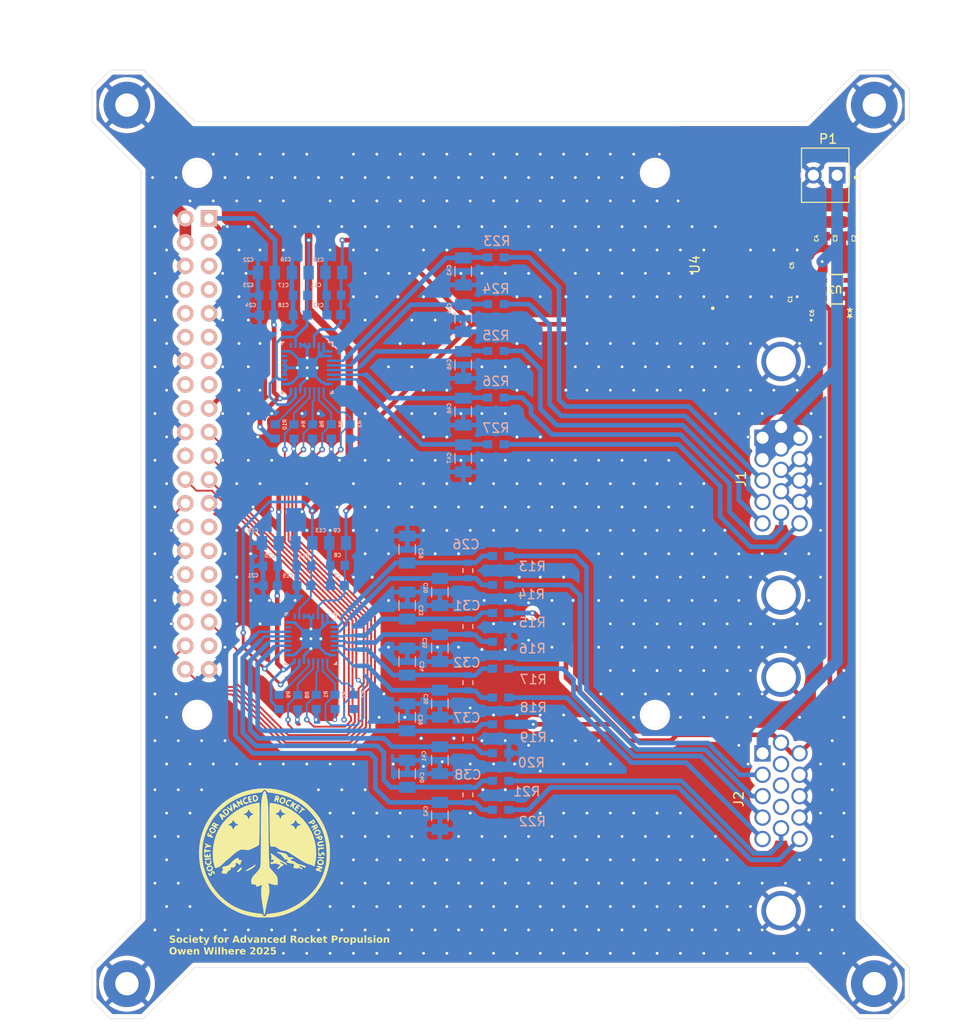
<source format=kicad_pcb>
(kicad_pcb (version 20240108) (generator "pcbnew") (generator_version "8.0")
  (layers (0 "F.Cu" signal) (31 "B.Cu" signal) (34 "B.Paste" user) (35 "F.Paste" user) (36 "B.SilkS" user "B.Silkscreen") (37 "F.SilkS" user "F.Silkscreen") (38 "B.Mask" user) (39 "F.Mask" user) (44 "Edge.Cuts" user))
  (net 0 "")
  (net 1 "GND")
  (net 2 "+5V")
  (net 3 "+3.3V")
  (net 4 "Net-(U1-AIN5)")
  (net 5 "Net-(U1-AIN4)")
  (net 6 "Net-(U1-AIN3)")
  (net 7 "Net-(U1-AIN2)")
  (net 8 "Net-(U1-AIN1)")
  (net 9 "Net-(U1-AIN0)")
  (net 10 "Net-(U1-GPIO2_AIN10)")
  (net 11 "Net-(U1-GPIO3_AIN11)")
  (net 12 "Net-(U1-GPIO1_AIN9)")
  (net 13 "Net-(U1-GPIO0_AIN8)")
  (net 14 "Net-(U2-AIN4)")
  (net 15 "Net-(U2-AIN3)")
  (net 16 "Net-(U2-AIN2)")
  (net 17 "Net-(U2-AIN1)")
  (net 18 "Net-(U2-AIN0)")
  (net 19 "10V")
  (net 20 "/PT4_SIG")
  (net 21 "/PT2_SIG")
  (net 22 "/PT1_SIG")
  (net 23 "/PT5_SIG")
  (net 24 "/PT3_SIG")
  (net 25 "/LS3_SIG+")
  (net 26 "/LS3_SIG-")
  (net 27 "5V REF")
  (net 28 "/LS2_SIG+")
  (net 29 "/LS2_SIG-")
  (net 30 "/LS1_SIG+")
  (net 31 "/LS1_SIG-")
  (net 33 "/SCLK1")
  (net 34 "/CE1")
  (net 35 "/MISO2")
  (net 36 "/MOSI2")
  (net 37 "/SCLK2")
  (net 38 "/MOSI1")
  (net 39 "/MISO1")
  (net 40 "Net-(U1-DRDY_N)")
  (net 41 "Net-(U2-DRDY_N)")
  (net 65 "/CE2")
  (footprint "MountingHole:MountingHole_2.5mm_Pad" (layer "F.Cu") (at 103.75 147.75)
    (property "Reference" "REF**" (hide yes))
    (property "Value" "MountingHole_2.5mm_Pad")
  )
  (footprint "MountingHole:MountingHole_2.5mm_Pad" (layer "F.Cu") (at 183.75 53.75)
    (property "Reference" "REF**" (hide yes))
    (property "Value" "MountingHole_2.5mm_Pad")
  )
  (footprint "VJ0603Y104JXXAC:CAPC1608X97N" (layer "F.Cu") (at 176 71.5 90)
    (property "Reference" "C5")
    (property "Value" "100nF")
  )
  (footprint "GRM21BC71E106KE11L:CAPC2012X145N" (layer "F.Cu") (at 176.25 67 -90)
    (property "Reference" "C4")
    (property "Value" "10uF")
  )
  (footprint "SARP logo:sarp2" (layer "F.Cu") (at 118.5 133.75)
    (property "Reference" "G***" (hide yes))
    (property "Value" "LOGO" (hide yes))
  )
  (footprint "0603YC105JAT2A:CAPC1608X94N" (layer "F.Cu") (at 178.5 67 -90)
    (property "Reference" "C3")
    (property "Value" "1uF")
  )
  (footprint "10090929-S154VLF:AMPHENOL_10090929-S154VLF" (layer "F.Cu") (at 173.77 127.445 90)
    (property "Reference" "J2")
    (property "Value" "10090929-S154VLF")
  )
  (footprint "MountingHole:MountingHole_2.5mm_Pad" (layer "F.Cu") (at 183.75 147.75)
    (property "Reference" "REF**" (hide yes))
    (property "Value" "MountingHole_2.5mm_Pad")
  )
  (footprint "" (layer "F.Cu") (at 103.75 53.75)
    (property "Reference" "")
    (property "Value" "")
  )
  (footprint "footprints:TSOT-23_S6_LIT" (layer "F.Cu") (at 179.56445 73.450001 180)
    (property "Reference" "U3")
    (property "Value" "LT6654BMPS6-5-TRMPBF" (hide yes))
  )
  (footprint "LM1086IS-5.0:TO254P1524X483-4N" (layer "F.Cu") (at 169 66.48 90)
    (property "Reference" "U4")
    (property "Value" "LM1086IS-5.0_NOPB" (hide yes))
  )
  (footprint "VJ0603Y104JXXAC:CAPC1608X97N" (layer "F.Cu") (at 180.5 67 -90)
    (property "Reference" "C2")
    (property "Value" "100nF")
  )
  (footprint "0603YC105JAT2A:CAPC1608X94N" (layer "F.Cu") (at 176 76 -90)
    (property "Reference" "C6")
    (property "Value" "1uF")
  )
  (footprint "10090929-S154VLF:AMPHENOL_10090929-S154VLF" (layer "F.Cu") (at 173.77 93.675 90)
    (property "Reference" "J1")
    (property "Value" "10090929-S154VLF")
  )
  (footprint "0603YC105JAT2A:CAPC1608X94N" (layer "F.Cu") (at 173.75 73.73 -90)
    (property "Reference" "C1")
    (property "Value" "1uF")
  )
  (footprint "0022272021:MOLEX_0022272021" (layer "F.Cu") (at 178.5 61.25)
    (property "Reference" "P1")
    (property "Value" "0022272021" (hide yes))
  )
  (footprint "footprints10kR:RC0603N_YAG-M" (layer "B.Cu") (at 143.75 105.095 180)
    (property "Reference" "R14")
    (property "Value" "10k")
  )
  (footprint "VJ0603Y104JXXAC:CAPC1608X97N" (layer "B.Cu") (at 122.3 76.220001 180)
    (property "Reference" "C18")
    (property "Value" "100nF")
  )
  (footprint "CRCW060320K0FKEA:RESC1508X50N" (layer "B.Cu") (at 121.625 88.675001 -90)
    (property "Reference" "R4")
    (property "Value" "20K")
  )
  (footprint "GRM3195C2A163JA01D:CAPC3216X95N" (layer "B.Cu") (at 139.75 81.545 -90)
    (property "Reference" "C45")
    (property "Value" "16nF")
  )
  (footprint "GRM3195C2A163JA01D:CAPC3216X95N" (layer "B.Cu") (at 139.75 91.545 -90)
    (property "Reference" "C47")
    (property "Value" "16nF")
  )
  (footprint "GRM21BC71E106KE11L:CAPC2012X145N" (layer "B.Cu") (at 126.299999 100.595)
    (property "Reference" "C9")
    (property "Value" "10uF")
  )
  (footprint "footprints10kR:RC0603N_YAG-M" (layer "B.Cu") (at 143.75 117.145 180)
    (property "Reference" "R18")
    (property "Value" "10k")
  )
  (footprint "0603YC105JAT2A:CAPC1608X94N" (layer "B.Cu") (at 119.099999 103.045 180)
    (property "Reference" "C20")
    (property "Value" "1uF")
  )
  (footprint "footprintsCL10:CAP_CL10_SAM" (layer "B.Cu") (at 140.25 115.545 -90)
    (property "Reference" "C32")
    (property "Value" "3.3nF")
  )
  (footprint "raspberry pi 5:raspberrypi_2_3" (layer "B.Cu") (at 111.27 90 -90)
    (property "Reference" "RP1" (hide yes))
    (property "Value" "Raspberry_Pi_5" (hide yes))
  )
  (footprint "GRM3195C2A163JA01D:CAPC3216X95N" (layer "B.Cu") (at 137.25 129.795 -90)
    (property "Reference" "C42")
    (property "Value" "16nF")
  )
  (footprint "GRM3195C2A163JA01D:CAPC3216X95N" (layer "B.Cu") (at 139.75 86.545 -90)
    (property "Reference" "C46")
    (property "Value" "16nF")
  )
  (footprint "footprints10kR:RC0603N_YAG-M" (layer "B.Cu") (at 143.75 101.995 180)
    (property "Reference" "R13")
    (property "Value" "10k")
  )
  (footprint "VJ0603Y104JXXAC:CAPC1608X97N" (layer "B.Cu") (at 126.282023 105.140854)
    (property "Reference" "C7")
    (property "Value" "100nF")
  )
  (footprint "CRCW060320K0FKEA:RESC1508X50N" (layer "B.Cu") (at 122.024999 117.630002 90)
    (property "Reference" "R8")
    (property "Value" "20K")
  )
  (footprint "0603YC105JAT2A:CAPC1608X94N" (layer "B.Cu") (at 122.699999 103.045 180)
    (property "Reference" "C14")
    (property "Value" "1uF")
  )
  (footprint "0603YC105JAT2A:CAPC1608X94N" (layer "B.Cu") (at 122.3 74.095001 180)
    (property "Reference" "C17")
    (property "Value" "1uF")
  )
  (footprint "CRCW060320K0FKEA:RESC1508X50N" (layer "B.Cu") (at 127.625 88.660001 -90)
    (property "Reference" "R3")
    (property "Value" "20K" (hide yes))
  )
  (footprint "0603YC105JAT2A:CAPC1608X94N" (layer "B.Cu") (at 125.9 74.070001)
    (property "Reference" "C11")
    (property "Value" "1uF")
  )
  (footprint "CRCW060320K0FKEA:RESC1508X50N" (layer "B.Cu") (at 126.024999 117.595002 90)
    (property "Reference" "R7")
    (property "Value" "20K")
  )
  (footprint "CRCW060320K0FKEA:RESC1508X50N" (layer "B.Cu") (at 124.024999 117.595002 -90)
    (property "Reference" "R1")
    (property "Value" "20K")
  )
  (footprint "GRM21BC71E106KE11L:CAPC2012X145N" (layer "B.Cu") (at 122.699999 100.595 180)
    (property "Reference" "C13")
    (property "Value" "10uF")
  )
  (footprint "GRM21BC71E106KE11L:CAPC2012X145N" (layer "B.Cu") (at 119.099999 100.595 180)
    (property "Reference" "C19")
    (property "Value" "10uF")
  )
  (footprint "footprintsCL10:CAP_CL10_SAM" (layer "B.Cu") (at 140.25 121.545 -90)
    (property "Reference" "C37")
    (property "Value" "3.3nF")
  )
  (footprint "0603YC105JAT2A:CAPC1608X94N" (layer "B.Cu") (at 126.299999 102.995)
    (property "Reference" "C8")
    (property "Value" "1uF")
  )
  (footprint "GRM21BC71E106KE11L:CAPC2012X145N" (layer "B.Cu") (at 122.3 71.670001 180)
    (property "Reference" "C16")
    (property "Value" "10uF")
  )
  (footprint "GRM3195C2A163JA01D:CAPC3216X95N" (layer "B.Cu") (at 133.75 113.295 90)
    (property "Reference" "C34")
    (property "Value" "16nF")
  )
  (footprint "GRM3195C2A163JA01D:CAPC3216X95N" (layer "B.Cu") (at 133.75 119.245 90)
    (property "Reference" "C39")
    (property "Value" "16nF")
  )
  (footprint "VJ0603Y104JXXAC:CAPC1608X97N" (layer "B.Cu") (at 122.693999 105.145 180)
    (property "Reference" "C15")
    (property "Value" "100nF")
  )
  (footprint "GRM3195C2A163JA01D:CAPC3216X95N" (layer "B.Cu") (at 139.75 76.545 -90)
    (property "Reference" "C44")
    (property "Value" "16nF")
  )
  (footprint "VJ0603Y104JXXAC:CAPC1608X97N" (layer "B.Cu") (at 118.7 76.220001 180)
    (property "Reference" "C24")
    (property "Value" "100nF")
  )
  (footprint "GRM3195C2A163JA01D:CAPC3216X95N" (layer "B.Cu") (at 139.75 71.545 -90)
    (property "Reference" "C43")
    (property "Value" "16nF")
  )
  (footprint "footprintsCL10:CAP_CL10_SAM" (layer "B.Cu") (at 140.25 109.545 -90)
    (property "Reference" "C31")
    (property "Value" "3.3nF")
  )
  (footprint "footprints10kR:RC0603N_YAG-M" (layer "B.Cu") (at 143.75 108.095 180)
    (property "Reference" "R15")
    (property "Value" "10k")
  )
  (footprint "footprints10kR:RC0603N_YAG-M" (layer "B.Cu") (at 143.75 119.995 180)
    (property "Reference" "R19")
    (property "Value" "10k")
  )
  (footprint "footprints10kR:RC0603N_YAG-M" (layer "B.Cu") (at 143.25 70.045 180)
    (property "Reference" "R23")
    (property "Value" "10k")
  )
  (footprint "GRM3195C2A163JA01D:CAPC3216X95N" (layer "B.Cu") (at 137.25 105.845 -90)
    (property "Reference" "C30")
    (property "Value" "16nF")
  )
  (footprint "CRCW060320K0FKEA:RESC1508X50N" (layer "B.Cu") (at 125.625 88.660001 -90)
    (property "Reference" "R5")
    (property "Value" "20K")
  )
  (footprint "footprints10kR:RC0603N_YAG-M" (layer "B.Cu") (at 143.75 114.045 180)
    (property "Reference" "R17")
    (property "Value" "10k")
  )
  (footprint "CRCW060320K0FKEA:RESC1508X50N" (layer "B.Cu") (at 128.024999 117.595002 -90)
    (property "Reference" "R2")
    (property "Value" "20K")
  )
  (footprint "footprintsADC:RHB0032M" (layer "B.Cu") (at 123.449999 110.845 180)
    (property "Reference" "U1" (hide yes))
    (property "Value" "ADS124S08IRHBT" (hide yes))
  )
  (footprint "footprints10kR:RC0603N_YAG-M" (layer "B.Cu") (at 143.75 123.095 180)
    (property "Reference" "R20")
    (property "Value" "10k")
  )
  (footprint "footprints10kR:RC0603N_YAG-M" (layer "B.Cu") (at 143.25 90.045 180)
    (property "Reference" "R27")
    (property "Value" "10k")
  )
  (footprint "footprintsCL10:CAP_CL10_SAM" (layer "B.Cu") (at 140.25 127.545 -90)
    (property "Reference" "C38")
    (property "Value" "3.3nF")
  )
  (footprint "footprints10kR:RC0603N_YAG-M" (layer "B.Cu") (at 143.75 129.145 180)
    (property "Reference" "R22")
    (property "Value" "10k")
  )
  (footprint "GRM3195C2A163JA01D:CAPC3216X95N" (layer "B.Cu") (at 133.75 107.295 90)
    (property "Reference" "C33")
    (property "Value" "16nF")
  )
  (footprint "GRM3195C2A163JA01D:CAPC3216X95N" (layer "B.Cu") (at 137.25 117.795 -90)
    (property "Reference" "C36")
    (property "Value" "16nF")
  )
  (footprint "GRM3195C2A163JA01D:CAPC3216X95N" (layer "B.Cu") (at 133.75 101.295 90)
    (property "Reference" "C29")
    (property "Value" "16nF")
  )
  (footprint "footprints10kR:RC0603N_YAG-M" (layer "B.Cu") (at 143.25 75.045 180)
    (property "Reference" "R24")
    (property "Value" "10k")
  )
  (footprint "CRCW060320K0FKEA:RESC1508X50N" (layer "B.Cu") (at 123.625 88.660001 -90)
    (property "Reference" "R6")
    (property "Value" "20K")
  )
  (footprint "GRM3195C2A163JA01D:CAPC3216X95N" (layer "B.Cu") (at 137.25 111.845 -90)
    (property "Reference" "C35")
    (property "Value" "16nF")
  )
  (footprint "GRM21BC71E106KE11L:CAPC2012X145N" (layer "B.Cu") (at 118.675 71.670001 180)
    (property "Reference" "C22")
    (property "Value" "10uF")
  )
  (footprint "footprints10kR:RC0603N_YAG-M" (layer "B.Cu") (at 143.75 126.045 180)
    (property "Reference" "R21")
    (property "Value" "10k")
  )
  (footprint "footprints10kR:RC0603N_YAG-M" (layer "B.Cu") (at 143.25 85.045 180)
    (property "Reference" "R26")
    (property "Value" "10k")
  )
  (footprint "GRM3195C2A163JA01D:CAPC3216X95N" (layer "B.Cu") (at 133.75 125.295 90)
    (property "Reference" "C40")
    (property "Value" "16nF")
  )
  (footprint "footprints10kR:RC0603N_YAG-M" (layer "B.Cu") (at 143.25 80.045 180)
    (property "Reference" "R25")
    (property "Value" "10k")
  )
  (footprint "VJ0603Y104JXXAC:CAPC1608X97N" (layer "B.Cu") (at 125.9 76.195001)
    (property "Reference" "C12")
    (property "Value" "100nF")
  )
  (footprint "footprintsCL10:CAP_CL10_SAM" (layer "B.Cu") (at 140.25 103.545 -90)
    (property "Reference" "C26")
    (property "Value" "3.3nF")
  )
  (footprint "footprintsADC:RHB0032M" (layer "B.Cu") (at 123.050001 81.845 180)
    (property "Reference" "U2" (hide yes))
    (property "Value" "ADS124S08IRHBT" (hide yes))
  )
  (footprint "0603YC105JAT2A:CAPC1608X94N" (layer "B.Cu") (at 118.675 74.095001 180)
    (property "Reference" "C23")
    (property "Value" "1uF")
  )
  (footprint "GRM21BC71E106KE11L:CAPC2012X145N" (layer "B.Cu") (at 125.9 71.645001)
    (property "Reference" "C10")
    (property "Value" "10uF")
  )
  (footprint "footprints10kR:RC0603N_YAG-M" (layer "B.Cu") (at 143.75 111.1654 180)
    (property "Reference" "R16")
    (property "Value" "10k")
  )
  (footprint "GRM3195C2A163JA01D:CAPC3216X95N" (layer "B.Cu") (at 137.25 123.845 -90)
    (property "Reference" "C41")
    (property "Value" "16nF")
  )
  (footprint "VJ0603Y104JXXAC:CAPC1608X97N" (layer "B.Cu") (at 119.099999 105.145 180)
    (property "Reference" "C21")
    (property "Value" "100nF")
  )
  (footprint "CRCW0603100KFKEA:RESC1508X50N" (layer "B.Cu") (at 119.625 88.675001 -90)
    (property "Reference" "R10")
    (property "Value" "100K")
  )
  (footprint "CRCW0603100KFKEA:RESC1508X50N" (layer "B.Cu") (at 120.020853 117.612978 -90)
    (property "Reference" "R9")
    (property "Value" "100K")
  )
  (gr_line (start 100 146) (end 105.25 140.75) (stroke (width 0.05)) (layer "Edge.Cuts"))
  (gr_line (start 105.25 140.75) (end 105.25 60.75) (stroke (width 0.05)) (layer "Edge.Cuts"))
  (gr_line (start 187.5 52) (end 187.5 55.5) (stroke (width 0.05)) (layer "Edge.Cuts"))
  (gr_line (start 105.5 151.499999) (end 102 151.5) (stroke (width 0.05)) (layer "Edge.Cuts"))
  (gr_line (start 111 146) (end 105.5 151.5) (stroke (width 0.05)) (layer "Edge.Cuts"))
  (gr_line (start 100 149.500001) (end 100 146.000001) (stroke (width 0.05)) (layer "Edge.Cuts"))
  (gr_line (start 187.5 52) (end 185.5 50) (stroke (width 0.05)) (layer "Edge.Cuts"))
  (gr_line (start 187.5 149.5) (end 187.5 146) (stroke (width 0.05)) (layer "Edge.Cuts"))
  (gr_line (start 182.25 60.75) (end 182.25 140.75) (stroke (width 0.05)) (layer "Edge.Cuts"))
  (gr_line (start 187.5 55.5) (end 182.25 60.75) (stroke (width 0.05)) (layer "Edge.Cuts"))
  (gr_line (start 182 50.000001) (end 185.5 50) (stroke (width 0.05)) (layer "Edge.Cuts"))
  (gr_line (start 100 149.5) (end 102 151.5) (stroke (width 0.05)) (layer "Edge.Cuts"))
  (gr_line (start 176.5 55.5) (end 182 50) (stroke (width 0.05)) (layer "Edge.Cuts"))
  (gr_line (start 187.5 146) (end 182.25 140.75) (stroke (width 0.05)) (layer "Edge.Cuts"))
  (gr_line (start 100 52) (end 100 55.5) (stroke (width 0.05)) (layer "Edge.Cuts"))
  (gr_line (start 176.5 146) (end 182 151.5) (stroke (width 0.05)) (layer "Edge.Cuts"))
  (gr_line (start 187.5 149.5) (end 185.5 151.5) (stroke (width 0.05)) (layer "Edge.Cuts"))
  (gr_line (start 105.5 50.000001) (end 102 50) (stroke (width 0.05)) (layer "Edge.Cuts"))
  (gr_line (start 111 55.5) (end 176.5 55.5) (stroke (width 0.05)) (layer "Edge.Cuts"))
  (gr_line (start 111 55.5) (end 105.5 50) (stroke (width 0.05)) (layer "Edge.Cuts"))
  (gr_line (start 176.5 146) (end 111 146) (stroke (width 0.05)) (layer "Edge.Cuts"))
  (gr_line (start 182 151.499999) (end 185.5 151.5) (stroke (width 0.05)) (layer "Edge.Cuts"))
  (gr_line (start 100 52) (end 102 50) (stroke (width 0.05)) (layer "Edge.Cuts"))
  (gr_line (start 100 55.5) (end 105.25 60.75) (stroke (width 0.05)) (layer "Edge.Cuts"))
  (gr_text "Owen Wilhere 2025" (at 108.25 144.75 0) (layer "F.SilkS") (effects (font (size 0.75 0.75) (thickness 0.15) (bold yes)) (justify left bottom)))
  (gr_text "Society for Advanced Rocket Propulsion" (at 108.25 143.5 0) (layer "F.SilkS") (effects (font (size 0.75 0.75) (thickness 0.15) (bold yes)) (justify left bottom)))
  (via (at 144.25 132) (size 0.5) (drill 0.3) (layers "F.Cu" "B.Cu") (net 1))
  (via (at 106.75 121.75) (size 0.5) (drill 0.3) (layers "F.Cu" "B.Cu") (net 1))
  (via (at 106.75 116.75) (size 0.5) (drill 0.3) (layers "F.Cu" "B.Cu") (net 1))
  (via (at 156.75 91.75) (size 0.5) (drill 0.3) (layers "F.Cu" "B.Cu") (net 1))
  (via (at 144.25 81.75) (size 0.5) (drill 0.3) (layers "F.Cu" "B.Cu") (net 1))
  (via (at 160.5 104.25) (size 0.5) (drill 0.3) (layers "F.Cu" "B.Cu") (net 1))
  (via (at 171.75 86.75) (size 0.5) (drill 0.3) (layers "F.Cu" "B.Cu") (net 1))
  (via (at 159.25 116.75) (size 0.5) (drill 0.3) (layers "F.Cu" "B.Cu") (net 1))
  (via (at 164.25 142) (size 0.5) (drill 0.3) (layers "F.Cu" "B.Cu") (net 1))
  (via (at 175.75 79.25) (size 0.5) (drill 0.3) (layers "F.Cu" "B.Cu") (net 1))
  (via (at 150.5 64) (size 0.5) (drill 0.3) (layers "F.Cu" "B.Cu") (net 1))
  (via (at 159.25 71.75) (size 0.5) (drill 0.3) (layers "F.Cu" "B.Cu") (net 1))
  (via (at 163 139.5) (size 0.5) (drill 0.3) (layers "F.Cu" "B.Cu") (net 1))
  (via (at 150.5 104.25) (size 0.5) (drill 0.3) (layers "F.Cu" "B.Cu") (net 1))
  (via (at 129.25 71.75) (size 0.5) (drill 0.3) (layers "F.Cu" "B.Cu") (net 1))
  (via (at 150.75 79.25) (size 0.5) (drill 0.3) (layers "F.Cu" "B.Cu") (net 1))
  (via (at 119.25 97) (size 0.5) (drill 0.3) (layers "F.Cu" "B.Cu") (net 1))
  (via (at 155.5 134.5) (size 0.5) (drill 0.3) (layers "F.Cu" "B.Cu") (net 1))
  (via (at 106.75 106.75) (size 0.5) (drill 0.3) (layers "F.Cu" "B.Cu") (net 1))
  (via (at 165.5 99.25) (size 0.5) (drill 0.3) (layers "F.Cu" "B.Cu") (net 1))
  (via (at 176.75 137) (size 0.5) (drill 0.3) (layers "F.Cu" "B.Cu") (net 1))
  (via (at 160.5 144.5) (size 0.5) (drill 0.3) (layers "F.Cu" "B.Cu") (net 1))
  (via (at 175.5 84.25) (size 0.5) (drill 0.3) (layers "F.Cu" "B.Cu") (net 1))
  (via (at 178 134.5) (size 0.5) (drill 0.3) (layers "F.Cu" "B.Cu") (net 1))
  (via (at 131.75 106.75) (size 0.5) (drill 0.3) (layers "F.Cu" "B.Cu") (net 1))
  (via (at 156.75 96.75) (size 0.5) (drill 0.3) (layers "F.Cu" "B.Cu") (net 1))
  (via (at 179.25 137) (size 0.5) (drill 0.3) (layers "F.Cu" "B.Cu") (net 1))
  (via (at 134.25 66.75) (size 0.5) (drill 0.3) (layers "F.Cu" "B.Cu") (net 1))
  (via (at 123 59) (size 0.5) (drill 0.3) (layers "F.Cu" "B.Cu") (net 1))
  (via (at 125.5 64) (size 0.5) (drill 0.3) (layers "F.Cu" "B.Cu") (net 1))
  (via (at 114 86.75) (size 0.5) (drill 0.3) (layers "F.Cu" "B.Cu") (net 1))
  (via (at 145.25 109.25) (size 0.5) (drill 0.3) (layers "F.Cu" "B.Cu") (net 1))
  (via (at 139.25 66.75) (size 0.5) (drill 0.3) (layers "F.Cu" "B.Cu") (net 1))
  (via (at 178 144.5) (size 0.5) (drill 0.3) (layers "F.Cu" "B.Cu") (net 1))
  (via (at 131.75 71.75) (size 0.5) (drill 0.3) (layers "F.Cu" "B.Cu") (net 1))
  (via (at 156.75 66.75) (size 0.5) (drill 0.3) (layers "F.Cu" "B.Cu") (net 1))
  (via (at 173 69.25) (size 0.5) (drill 0.3) (layers "F.Cu" "B.Cu") (net 1))
  (via (at 161.75 96.75) (size 0.5) (drill 0.3) (layers "F.Cu" "B.Cu") (net 1))
  (via (at 122.5 97.25) (size 0.5) (drill 0.3) (layers "F.Cu" "B.Cu") (net 1))
  (via (at 108 124.25) (size 0.5) (drill 0.3) (layers "F.Cu" "B.Cu") (net 1))
  (via (at 160.5 74.25) (size 0.5) (drill 0.3) (layers "F.Cu" "B.Cu") (net 1))
  (via (at 109.25 121.75) (size 0.5) (drill 0.3) (layers "F.Cu" "B.Cu") (net 1))
  (via (at 146.75 66.75) (size 0.5) (drill 0.3) (layers "F.Cu" "B.Cu") (net 1))
  (via (at 149.25 121.75) (size 0.5) (drill 0.3) (layers "F.Cu" "B.Cu") (net 1))
  (via (at 106.75 91.75) (size 0.5) (drill 0.3) (layers "F.Cu" "B.Cu") (net 1))
  (via (at 169.25 142) (size 0.5) (drill 0.3) (layers "F.Cu" "B.Cu") (net 1))
  (via (at 133.5 119.25) (size 0.5) (drill 0.3) (layers "F.Cu" "B.Cu") (net 1))
  (via (at 151.75 121.75) (size 0.5) (drill 0.3) (layers "F.Cu" "B.Cu") (net 1))
  (via (at 125.5 69.25) (size 0.5) (drill 0.3) (layers "F.Cu" "B.Cu") (net 1))
  (via (at 133 94.25) (size 0.5) (drill 0.3) (layers "F.Cu" "B.Cu") (net 1))
  (via (at 155.5 104.25) (size 0.5) (drill 0.3) (layers "F.Cu" "B.Cu") (net 1))
  (via (at 125.625 90.55) (size 0.5) (drill 0.3) (layers "F.Cu" "B.Cu") (net 1))
  (via (at 165.5 84.25) (size 0.5) (drill 0.3) (layers "F.Cu" "B.Cu") (net 1))
  (via (at 141.75 96.75) (size 0.5) (drill 0.3) (layers "F.Cu" "B.Cu") (net 1))
  (via (at 155.5 129.5) (size 0.5) (drill 0.3) (layers "F.Cu" "B.Cu") (net 1))
  (via (at 126 119.5) (size 0.5) (drill 0.3) (layers "F.Cu" "B.Cu") (net 1))
  (via (at 120.5 144.5) (size 0.5) (drill 0.3) (layers "F.Cu" "B.Cu") (net 1))
  (via (at 129.25 86.75) (size 0.5) (drill 0.3) (layers "F.Cu" "B.Cu") (net 1))
  (via (at 122.5 86.75) (size 0.5) (drill 0.3) (layers "F.Cu" "B.Cu") (net 1))
  (via (at 159.25 96.75) (size 0.5) (drill 0.3) (layers "F.Cu" "B.Cu") (net 1))
  (via (at 118 109.25) (size 0.5) (drill 0.3) (layers "F.Cu" "B.Cu") (net 1))
  (via (at 131.75 142) (size 0.5) (drill 0.3) (layers "F.Cu" "B.Cu") (net 1))
  (via (at 129.25 101.75) (size 0.5) (drill 0.3) (layers "F.Cu" "B.Cu") (net 1))
  (via (at 106.75 111.75) (size 0.5) (drill 0.3) (layers "F.Cu" "B.Cu") (net 1))
  (via (at 131.75 111.75) (size 0.5) (drill 0.3) (layers "F.Cu" "B.Cu") (net 1))
  (via (at 170.5 139.5) (size 0.5) (drill 0.3) (layers "F.Cu" "B.Cu") (net 1))
  (via (at 170.5 114.25) (size 0.5) (drill 0.3) (layers "F.Cu" "B.Cu") (net 1))
  (via (at 139.25 101.75) (size 0.5) (drill 0.3) (layers "F.Cu" "B.Cu") (net 1))
  (via (at 173 144.5) (size 0.5) (drill 0.3) (layers "F.Cu" "B.Cu") (net 1))
  (via (at 148 144.5) (size 0.5) (drill 0.3) (layers "F.Cu" "B.Cu") (net 1))
  (via (at 178 139.5) (size 0.5) (drill 0.3) (layers "F.Cu" "B.Cu") (net 1))
  (via (at 160.5 139.5) (size 0.5) (drill 0.3) (layers "F.Cu" "B.Cu") (net 1))
  (via (at 136.75 76.75) (size 0.5) (drill 0.3) (layers "F.Cu" "B.Cu") (net 1))
  (via (at 117 101.75) (size 0.5) (drill 0.3) (layers "F.Cu" "B.Cu") (net 1))
  (via (at 175.5 74.25) (size 0.5) (drill 0.3) (layers "F.Cu" "B.Cu") (net 1))
  (via (at 165.5 69.25) (size 0.5) (drill 0.3) (layers "F.Cu" "B.Cu") (net 1))
  (via (at 108 84.25) (size 0.5) (drill 0.3) (layers "F.Cu" "B.Cu") (net 1))
  (via (at 144.25 61.5) (size 0.5) (drill 0.3) (layers "F.Cu" "B.Cu") (net 1))
  (via (at 166.75 132) (size 0.5) (drill 0.3) (layers "F.Cu" "B.Cu") (net 1))
  (via (at 124.1 81.852499) (size 0.5) (drill 0.3) (layers "F.Cu" "B.Cu") (net 1))
  (via (at 153 64) (size 0.5) (drill 0.3) (layers "F.Cu" "B.Cu") (net 1))
  (via (at 178 129.5) (size 0.5) (drill 0.3) (layers "F.Cu" "B.Cu") (net 1))
  (via (at 106.75 76.75) (size 0.5) (drill 0.3) (layers "F.Cu" "B.Cu") (net 1))
  (via (at 168 114.25) (size 0.5) (drill 0.3) (layers "F.Cu" "B.Cu") (net 1))
  (via (at 118 59) (size 0.5) (drill 0.3) (layers "F.Cu" "B.Cu") (net 1))
  (via (at 129.25 91.75) (size 0.5) (drill 0.3) (layers "F.Cu" "B.Cu") (net 1))
  (via (at 119.25 86.75) (size 0.5) (drill 0.3) (layers "F.Cu" "B.Cu") (net 1))
  (via (at 135.5 84.25) (size 0.5) (drill 0.3) (layers "F.Cu" "B.Cu") (net 1))
  (via (at 171.75 142) (size 0.5) (drill 0.3) (layers "F.Cu" "B.Cu") (net 1))
  (via (at 106.75 142) (size 0.5) (drill 0.3) (layers "F.Cu" "B.Cu") (net 1))
  (via (at 108 139.5) (size 0.5) (drill 0.3) (layers "F.Cu" "B.Cu") (net 1))
  (via (at 121.75 66.75) (size 0.5) (drill 0.3) (layers "F.Cu" "B.Cu") (net 1))
  (via (at 144.25 86.75) (size 0.5) (drill 0.3) (layers "F.Cu" "B.Cu") (net 1))
  (via (at 125.5 124.25) (size 0.5) (drill 0.3) (layers "F.Cu" "B.Cu") (net 1))
  (via (at 123.050001 82.970003) (size 0.5) (drill 0.3) (layers "F.Cu" "B.Cu") (net 1))
  (via (at 171.75 116.75) (size 0.5) (drill 0.3) (layers "F.Cu" "B.Cu") (net 1))
  (via (at 159.25 101.75) (size 0.5) (drill 0.3) (layers "F.Cu" "B.Cu") (net 1))
  (via (at 144.25 66.75) (size 0.5) (drill 0.3) (layers "F.Cu" "B.Cu") (net 1))
  (via (at 143 59) (size 0.5) (drill 0.3) (layers "F.Cu" "B.Cu") (net 1))
  (via (at 169.25 86.75) (size 0.5) (drill 0.3) (layers "F.Cu" "B.Cu") (net 1))
  (via (at 153 84.25) (size 0.5) (drill 0.3) (layers "F.Cu" "B.Cu") (net 1))
  (via (at 128 104.25) (size 0.5) (drill 0.3) (layers "F.Cu" "B.Cu") (net 1))
  (via (at 114.25 142) (size 0.5) (drill 0.3) (layers "F.Cu" "B.Cu") (net 1))
  (via (at 115.75 69.25) (size 0.5) (drill 0.3) (layers "F.Cu" "B.Cu") (net 1))
  (via (at 155.5 99.25) (size 0.5) (drill 0.3) (layers "F.Cu" "B.Cu") (net 1))
  (via (at 155.5 144.5) (size 0.5) (drill 0.3) (layers "F.Cu" "B.Cu") (net 1))
  (via (at 148 74.25) (size 0.5) (drill 0.3) (layers "F.Cu" "B.Cu") (net 1))
  (via (at 176.75 101.75) (size 0.5) (drill 0.3) (layers "F.Cu" "B.Cu") (net 1))
  (via (at 140.5 134.5) (size 0.5) (drill 0.3) (layers "F.Cu" "B.Cu") (net 1))
  (via (at 135.5 79.25) (size 0.5) (drill 0.3) (layers "F.Cu" "B.Cu") (net 1))
  (via (at 149.25 61.5) (size 0.5) (drill 0.3) (layers "F.Cu" "B.Cu") (net 1))
  (via (at 163 144.5) (size 0.5) (drill 0.3) (layers "F.Cu" "B.Cu") (net 1))
  (via (at 123 124.25) (size 0.5) (drill 0.3) (layers "F.Cu" "B.Cu") (net 1))
  (via (at 158 84.25) (size 0.5) (drill 0.3) (layers "F.Cu" "B.Cu") (net 1))
  (via (at 154.25 71.75) (size 0.5) (drill 0.3) (layers "F.Cu" "B.Cu") (net 1))
  (via (at 114.25 111.75) (size 0.5) (drill 0.3) (layers "F.Cu" "B.Cu") (net 1))
  (via (at 106.5 61.5) (size 0.5) (drill 0.3) (layers "F.Cu" "B.Cu") (net 1))
  (via (at 155.5 69.25) (size 0.5) (drill 0.3) (layers "F.Cu" "B.Cu") (net 1))
  (via (at 159.25 81.75) (size 0.5) (drill 0.3) (layers "F.Cu" "B.Cu") (net 1))
  (via (at 115.5 59) (size 0.5) (drill 0.3) (layers "F.Cu" "B.Cu") (net 1))
  (via (at 108 79.25) (size 0.5) (drill 0.3) (layers "F.Cu" "B.Cu") (net 1))
  (via (at 106.75 96.75) (size 0.5) (drill 0.3) (layers "F.Cu" "B.Cu") (net 1))
  (via (at 138 84.25) (size 0.5) (drill 0.3) (layers "F.Cu" "B.Cu") (net 1))
  (via (at 130.5 74.25) (size 0.5) (drill 0.3) (layers "F.Cu" "B.Cu") (net 1))
  (via (at 149.25 106.75) (size 0.5) (drill 0.3) (layers "F.Cu" "B.Cu") (net 1))
  (via (at 144.25 121.75) (size 0.5) (drill 0.3) (layers "F.Cu" "B.Cu") (net 1))
  (via (at 123.050001 81.845) (size 0.5) (drill 0.3) (layers "F.Cu" "B.Cu") (net 1))
  (via (at 143 119) (size 0.5) (drill 0.3) (layers "F.Cu" "B.Cu") (net 1))
  (via (at 131.75 66.75) (size 0.5) (drill 0.3) (layers "F.Cu" "B.Cu") (net 1))
  (via (at 138 144.5) (size 0.5) (drill 0.3) (layers "F.Cu" "B.Cu") (net 1))
  (via (at 179.25 127) (size 0.5) (drill 0.3) (layers "F.Cu" "B.Cu") (net 1))
  (via (at 117 106.75) (size 0.5) (drill 0.3) (layers "F.Cu" "B.Cu") (net 1))
  (via (at 155.5 79.25) (size 0.5) (drill 0.3) (layers "F.Cu" "B.Cu") (net 1))
  (via (at 141.75 121.75) (size 0.5) (drill 0.3) (layers "F.Cu" "B.Cu") (net 1))
  (via (at 138 89.25) (size 0.5) (drill 0.3) (layers "F.Cu" "B.Cu") (net 1))
  (via (at 133 144.5) (size 0.5) (drill 0.3) (layers "F.Cu" "B.Cu") (net 1))
  (via (at 126.75 142) (size 0.5) (drill 0.3) (layers "F.Cu" "B.Cu") (net 1))
  (via (at 164.25 101.75) (size 0.5) (drill 0.3) (layers "F.Cu" "B.Cu") (net 1))
  (via (at 118 69.25) (size 0.5) (drill 0.3) (layers "F.Cu" "B.Cu") (net 1))
  (via (at 134.25 61.5) (size 0.5) (drill 0.3) (layers "F.Cu" "B.Cu") (net 1))
  (via (at 125.5 144.5) (size 0.5) (drill 0.3) (layers "F.Cu" "B.Cu") (net 1))
  (via (at 143 94.25) (size 0.5) (drill 0.3) (layers "F.Cu" "B.Cu") (net 1))
  (via (at 161.75 71.75) (size 0.5) (drill 0.3) (layers "F.Cu" "B.Cu") (net 1))
  (via (at 139.5 86.75) (size 0.5) (drill 0.3) (layers "F.Cu" "B.Cu") (net 1))
  (via (at 130.5 139.5) (size 0.5) (drill 0.3) (layers "F.Cu" "B.Cu") (net 1))
  (via (at 168 109.25) (size 0.5) (drill 0.3) (layers "F.Cu" "B.Cu") (net 1))
  (via (at 165.5 104.25) (size 0.5) (drill 0.3) (layers "F.Cu" "B.Cu") (net 1))
  (via (at 158 109.25) (size 0.5) (drill 0.3) (layers "F.Cu" "B.Cu") (net 1))
  (via (at 125.5 139.5) (size 0.5) (drill 0.3) (layers "F.Cu" "B.Cu") (net 1))
  (via (at 130.5 134.5) (size 0.5) (drill 0.3) (layers "F.Cu" "B.Cu") (net 1))
  (via (at 137 111.75) (size 0.5) (drill 0.3) (layers "F.Cu" "B.Cu") (net 1))
  (via (at 106.75 66.75) (size 0.5) (drill 0.3) (layers "F.Cu" "B.Cu") (net 1))
  (via (at 146.75 122.25) (size 0.5) (drill 0.3) (layers "F.Cu" "B.Cu") (net 1))
  (via (at 158 69.25) (size 0.5) (drill 0.3) (layers "F.Cu" "B.Cu") (net 1))
  (via (at 173 109.25) (size 0.5) (drill 0.3) (layers "F.Cu" "B.Cu") (net 1))
  (via (at 154.5 116.75) (size 0.5) (drill 0.3) (layers "F.Cu" "B.Cu") (net 1))
  (via (at 155.5 74.25) (size 0.5) (drill 0.3) (layers "F.Cu" "B.Cu") (net 1))
  (via (at 143 124.25) (size 0.5) (drill 0.3) (layers "F.Cu" "B.Cu") (net 1))
  (via (at 166.75 106.75) (size 0.5) (drill 0.3) (layers "F.Cu" "B.Cu") (net 1))
  (via (at 149.25 96.75) (size 0.5) (drill 0.3) (layers "F.Cu" "B.Cu") (net 1))
  (via (at 178 99.25) (size 0.5) (drill 0.3) (layers "F.Cu" "B.Cu") (net 1))
  (via (at 155.5 124.25) (size 0.5) (drill 0.3) (layers "F.Cu" "B.Cu") (net 1))
  (via (at 160.5 84.25) (size 0.5) (drill 0.3) (layers "F.Cu" "B.Cu") (net 1))
  (via (at 116.75 76.75) (size 0.5) (drill 0.3) (layers "F.Cu" "B.Cu") (net 1))
  (via (at 139.25 96.75) (size 0.5) (drill 0.3) (layers "F.Cu" "B.Cu") (net 1))
  (via (at 160.5 79.25) (size 0.5) (drill 0.3) (layers "F.Cu" "B.Cu") (net 1))
  (via (at 171.75 137) (size 0.5) (drill 0.3) (layers "F.Cu" "B.Cu") (net 1))
  (via (at 180.5 129.5) (size 0.5) (drill 0.3) (layers "F.Cu" "B.Cu") (net 1))
  (via (at 145.5 144.5) (size 0.5) (drill 0.3) (layers "F.Cu" "B.Cu") (net 1))
  (via (at 146.75 71.75) (size 0.5) (drill 0.3) (layers "F.Cu" "B.Cu") (net 1))
  (via (at 161.75 91.75) (size 0.5) (drill 0.3) (layers "F.Cu" "B.Cu") (net 1))
  (via (at 141.75 137) (size 0.5) (drill 0.3) (layers "F.Cu" "B.Cu") (net 1))
  (via (at 150.5 144.5) (size 0.5) (drill 0.3) (layers "F.Cu" "B.Cu") (net 1))
  (via (at 131.25 116.75) (size 0.5) (drill 0.3) (layers "F.Cu" "B.Cu") (net 1))
  (via (at 126.75 137) (size 0.5) (drill 0.3) (layers "F.Cu" "B.Cu") (net 1))
  (via (at 149.25 142) (size 0.5) (drill 0.3) (layers "F.Cu" "B.Cu") (net 1))
  (via (at 140.5 118.25) (size 0.5) (drill 0.3) (layers "F.Cu" "B.Cu") (net 1))
  (via (at 134.25 142) (size 0.5) (drill 0.3) (layers "F.Cu" "B.Cu") (net 1))
  (via (at 132.75 74.25) (size 0.5) (drill 0.3) (layers "F.Cu" "B.Cu") (net 1))
  (via (at 170.5 69.25) (size 0.5) (drill 0.3) (layers "F.Cu" "B.Cu") (net 1))
  (via (at 156.75 106.75) (size 0.5) (drill 0.3) (layers "F.Cu" "B.Cu") (net 1))
  (via (at 118 79.25) (size 0.5) (drill 0.3) (layers "F.Cu" "B.Cu") (net 1))
  (via (at 154.25 132) (size 0.5) (drill 0.3) (layers "F.Cu" "B.Cu") (net 1))
  (via (at 136.75 142) (size 0.5) (drill 0.3) (layers "F.Cu" "B.Cu") (net 1))
  (via (at 146.75 61.5) (size 0.5) (drill 0.3) (layers "F.Cu" "B.Cu") (net 1))
  (via (at 148 89.25) (size 0.5) (drill 0.3) (layers "F.Cu" "B.Cu") (net 1))
  (via (at 140.5 129.5) (size 0.5) (drill 0.3) (layers "F.Cu" "B.Cu") (net 1))
  (via (at 115.5 64) (size 0.5) (drill 0.3) (layers "F.Cu" "B.Cu") (net 1))
  (via (at 121.6 90.525) (size 0.5) (drill 0.3) (layers "F.Cu" "B.Cu") (net 1))
  (via (at 153 134.5) (size 0.5) (drill 0.3) (layers "F.Cu" "B.Cu") (net 1))
  (via (at 114.25 121.75) (size 0.5) (drill 0.3) (layers "F.Cu" "B.Cu") (net 1))
  (via (at 173 84.25) (size 0.5) (drill 0.3) (layers "F.Cu" "B.Cu") (net 1))
  (via (at 170.25 124.25) (size 0.5) (drill 0.3) (layers "F.Cu" "B.Cu") (net 1))
  (via (at 159.25 142) (size 0.5) (drill 0.3) (layers "F.Cu" "B.Cu") (net 1))
  (via (at 115.75 84.25) (size 0.5) (drill 0.3) (layers "F.Cu" "B.Cu") (net 1))
  (via (at 166.75 86.75) (size 0.5) (drill 0.3) (layers "F.Cu" "B.Cu") (net 1))
  (via (at 178 79.25) (size 0.5) (drill 0.3) (layers "F.Cu" "B.Cu") (net 1))
  (via (at 155.5 109.25) (size 0.5) (drill 0.3) (layers "F.Cu" "B.Cu") (net 1))
  (via (at 138 99.25) (size 0.5) (drill 0.3) (layers "F.Cu" "B.Cu") (net 1))
  (via (at 144.25 106.75) (size 0.5) (drill 0.3) (layers "F.Cu" "B.Cu") (net 1))
  (via (at 126.5 91.75) (size 0.5) (drill 0.3) (layers "F.Cu" "B.Cu") (net 1))
  (via (at 166.75 116.75) (size 0.5) (drill 0.3) (layers "F.Cu" "B.Cu") (net 1))
  (via (at 156.75 132) (size 0.5) (drill 0.3) (layers "F.Cu" "B.Cu") (net 1))
  (via (at 139.25 132) (size 0.5) (drill 0.3) (layers "F.Cu" "B.Cu") (net 1))
  (via (at 165.5 144.5) (size 0.5) (drill 0.3) (layers "F.Cu" "B.Cu") (net 1))
  (via (at 164.25 116.75) (size 0.5) (drill 0.3) (layers "F.Cu" "B.Cu") (net 1))
  (via (at 108 69.25) (size 0.5) (drill 0.3) (layers "F.Cu" "B.Cu") (net 1))
  (via (at 146.75 91.75) (size 0.5) (drill 0.3) (layers "F.Cu" "B.Cu") (net 1))
  (via (at 114 76.75) (size 0.5) (drill 0.3) (layers "F.Cu" "B.Cu") (net 1))
  (via (at 170.5 119.25) (size 0.5) (drill 0.3) (layers "F.Cu" "B.Cu") (net 1))
  (via (at 128 144.5) (size 0.5) (drill 0.3) (layers "F.Cu" "B.Cu") (net 1))
  (via (at 123.45 111.9) (size 0.5) (drill 0.3) (layers "F.Cu" "B.Cu") (net 1))
  (via (at 146.75 111) (size 0.5) (drill 0.3) (layers "F.Cu" "B.Cu") (net 1))
  (via (at 115.75 74.25) (size 0.5) (drill 0.3) (layers "F.Cu" "B.Cu") (net 1))
  (via (at 180.5 114.25) (size 0.5) (drill 0.3) (layers "F.Cu" "B.Cu") (net 1))
  (via (at 128 124.25) (size 0.5) (drill 0.3) (layers "F.Cu" "B.Cu") (net 1))
  (via (at 131.75 132) (size 0.5) (drill 0.3) (layers "F.Cu" "B.Cu") (net 1))
  (via (at 123.049999 80.8) (size 0.5) (drill 0.3) (layers "F.Cu" "B.Cu") (net 1))
  (via (at 151.75 142) (size 0.5) (drill 0.3) (layers "F.Cu" "B.Cu") (net 1))
  (via (at 121.75 106.75) (size 0.5) (drill 0.3) (layers "F.Cu" "B.Cu") (net 1))
  (via (at 149.25 91.75) (size 0.5) (drill 0.3) (layers "F.Cu" "B.Cu") (net 1))
  (via (at 149.25 66.75) (size 0.5) (drill 0.3) (layers "F.Cu" "B.Cu") (net 1))
  (via (at 159.25 106.75) (size 0.5) (drill 0.3) (layers "F.Cu" "B.Cu") (net 1))
  (via (at 141.85 127) (size 0.5) (drill 0.3) (layers "F.Cu" "B.Cu") (net 1))
  (via (at 111.75 121.75) (size 0.5) (drill 0.3) (layers "F.Cu" "B.Cu") (net 1))
  (via (at 122.4 110.85) (size 0.5) (drill 0.3) (layers "F.Cu" "B.Cu") (net 1))
  (via (at 153 59) (size 0.5) (drill 0.3) (layers "F.Cu" "B.Cu") (net 1))
  (via (at 177 86.75) (size 0.5) (drill 0.3) (layers "F.Cu" "B.Cu") (net 1))
  (via (at 155.5 84.25) (size 0.5) (drill 0.3) (layers "F.Cu" "B.Cu") (net 1))
  (via (at 166.75 137) (size 0.5) (drill 0.3) (layers "F.Cu" "B.Cu") (net 1))
  (via (at 130.5 144.5) (size 0.5) (drill 0.3) (layers "F.Cu" "B.Cu") (net 1))
  (via (at 111.75 127) (size 0.5) (drill 0.3) (layers "F.Cu" "B.Cu") (net 1))
  (via (at 148 119) (size 0.5) (drill 0.3) (layers "F.Cu" "B.Cu") (net 1))
  (via (at 154.25 101.75) (size 0.5) (drill 0.3) (layers "F.Cu" "B.Cu") (net 1))
  (via (at 135.5 124.5) (size 0.5) (drill 0.3) (layers "F.Cu" "B.Cu") (net 1))
  (via (at 141.75 86.75) (size 0.5) (drill 0.3) (layers "F.Cu" "B.Cu") (net 1))
  (via (at 151.75 132) (size 0.5) (drill 0.3) (layers "F.Cu" "B.Cu") (net 1))
  (via (at 175.75 119.25) (size 0.5) (drill 0.3) (layers "F.Cu" "B.Cu") (net 1))
  (via (at 139.5 71.75) (size 0.5) (drill 0.3) (layers "F.Cu" "B.Cu") (net 1))
  (via (at 116.75 86.75) (size 0.5) (drill 0.3) (layers "F.Cu" "B.Cu") (net 1))
  (via (at 124.25 127) (size 0.5) (drill 0.3) (layers "F.Cu" "B.Cu") (net 1))
  (via (at 116.75 142) (size 0.5) (drill 0.3) (layers "F.Cu" "B.Cu") (net 1))
  (via (at 116.75 91.75) (size 0.5) (drill 0.3) (layers "F.Cu" "B.Cu") (net 1))
  (via (at 130 104.25) (size 0.5) (drill 0.3) (layers "F.Cu" "B.Cu") (net 1))
  (via (at 158 114.25) (size 0.5) (drill 0.3) (layers "F.Cu" "B.Cu") (net 1))
  (via (at 160.5 64) (size 0.5) (drill 0.3) (layers "F.Cu" "B.Cu") (net 1))
  (via (at 141.75 112) (size 0.5) (drill 0.3) (layers "F.Cu" "B.Cu") (net 1))
  (via (at 150.5 139.5) (size 0.5) (drill 0.3) (layers "F.Cu" "B.Cu") (net 1))
  (via (at 150.75 74.25) (size 0.5) (drill 0.3) (layers "F.Cu" "B.Cu") (net 1))
  (via (at 176.75 81.75) (size 0.5) (drill 0.3) (layers "F.Cu" "B.Cu") (net 1))
  (via (at 160.5 134.5) (size 0.5) (drill 0.3) (layers "F.Cu" "B.Cu") (net 1))
  (via (at 108.5 99.25) (size 0.5) (drill 0.3) (layers "F.Cu" "B.Cu") (net 1))
  (via (at 129.25 132) (size 0.5) (drill 0.3) (layers "F.Cu" "B.Cu") (net 1))
  (via (at 143 64) (size 0.5) (drill 0.3) (layers "F.Cu" "B.Cu") (net 1))
  (via (at 179.25 132) (size 0.5) (drill 0.3) (layers "F.Cu" "B.Cu") (net 1))
  (via (at 149.25 111.75) (size 0.5) (drill 0.3) (layers "F.Cu" "B.Cu") (net 1))
  (via (at 166.75 66.75) (size 0.5) (drill 0.3) (layers "F.Cu" "B.Cu") (net 1))
  (via (at 133 64) (size 0.5) (drill 0.3) (layers "F.Cu" "B.Cu") (net 1))
  (via (at 150.5 109.25) (size 0.5) (drill 0.3) (layers "F.Cu" "B.Cu") (net 1))
  (via (at 135.5 59) (size 0.5) (drill 0.3) (layers "F.Cu" "B.Cu") (net 1))
  (via (at 121.75 142) (size 0.5) (drill 0.3) (layers "F.Cu" "B.Cu") (net 1))
  (via (at 163 104.25) (size 0.5) (drill 0.3) (layers "F.Cu" "B.Cu") (net 1))
  (via (at 115.5 99.25) (size 0.5) (drill 0.3) (layers "F.Cu" "B.Cu") (net 1))
  (via (at 118 94.25) (size 0.5) (drill 0.3) (layers "F.Cu" "B.Cu") (net 1))
  (via (at 106.75 71.75) (size 0.5) (drill 0.3) (layers "F.Cu" "B.Cu") (net 1))
  (via (at 138 139.5) (size 0.5) (drill 0.3) (layers "F.Cu" "B.Cu") (net 1))
  (via (at 133 129.5) (size 0.5) (drill 0.3) (layers "F.Cu" "B.Cu") (net 1))
  (via (at 154.25 111.75) (size 0.5) (drill 0.3) (layers "F.Cu" "B.Cu") (net 1))
  (via (at 117.75 89.25) (size 0.5) (drill 0.3) (layers "F.Cu" "B.Cu") (net 1))
  (via (at 151.75 91.75) (size 0.5) (drill 0.3) (layers "F.Cu" "B.Cu") (net 1))
  (via (at 150.5 124.25) (size 0.5) (drill 0.3) (layers "F.Cu" "B.Cu") (net 1))
  (via (at 120.5 64) (size 0.5) (drill 0.3) (layers "F.Cu" "B.Cu") (net 1))
  (via (at 117.25 96.75) (size 0.5) (drill 0.3) (layers "F.Cu" "B.Cu") (net 1))
  (via (at 108 74.25) (size 0.5) (drill 0.3) (layers "F.Cu" "B.Cu") (net 1))
  (via (at 133 59) (size 0.5) (drill 0.3) (layers "F.Cu" "B.Cu") (net 1))
  (via (at 164.25 96.75) (size 0.5) (drill 0.3) (layers "F.Cu" "B.Cu") (net 1))
  (via (at 150.5 129.5) (size 0.5) (drill 0.3) (layers "F.Cu" "B.Cu") (net 1))
  (via (at 135.5 144.5) (size 0.5) (drill 0.3) (layers "F.Cu" "B.Cu") (net 1))
  (via (at 178 124.25) (size 0.5) (drill 0.3) (layers "F.Cu" "B.Cu") (net 1))
  (via (at 135.5 89.25) (size 0.5) (drill 0.3) (layers "F.Cu" "B.Cu") (net 1))
  (via (at 148 129.5) (size 0.5) (drill 0.3) (layers "F.Cu" "B.Cu") (net 1))
  (via (at 135.5 139.5) (size 0.5) (drill 0.3) (layers "F.Cu" "B.Cu") (net 1))
  (via (at 144.25 137) (size 0.5) (drill 0.3) (layers "F.Cu" "B.Cu") (net 1))
  (via (at 133 134.5) (size 0.5) (drill 0.3) (layers "F.Cu" "B.Cu") (net 1))
  (via (at 158 119.25) (size 0.5) (drill 0.3) (layers "F.Cu" "B.Cu") (net 1))
  (via (at 124.25 66.75) (size 0.5) (drill 0.3) (layers "F.Cu" "B.Cu") (net 1))
  (via (at 130.5 69.25) (size 0.5) (drill 0.3) (layers "F.Cu" "B.Cu") (net 1))
  (via (at 158 64) (size 0.5) (drill 0.3) (layers "F.Cu" "B.Cu") (net 1))
  (via (at 118 124.25) (size 0.5) (drill 0.3) (layers "F.Cu" "B.Cu") (net 1))
  (via (at 160.5 129.5) (size 0.5) (drill 0.3) (layers "F.Cu" "B.Cu") (net 1))
  (via (at 118 84.25) (size 0.5) (drill 0.3) (layers "F.Cu" "B.Cu") (net 1))
  (via (at 126.75 132) (size 0.5) (drill 0.3) (layers "F.Cu" "B.Cu") (net 1))
  (via (at 143 144.5) (size 0.5) (drill 0.3) (layers "F.Cu" "B.Cu") (net 1))
  (via (at 180.5 134.5) (size 0.5) (drill 0.3) (layers "F.Cu" "B.Cu") (net 1))
  (via (at 134.25 86.75) (size 0.5) (drill 0.3) (layers "F.Cu" "B.Cu") (net 1))
  (via (at 143 139.5) (size 0.5) (drill 0.3) (layers "F.Cu" "B.Cu") (net 1))
  (via (at 109.25 137) (size 0.5) (drill 0.3) (layers "F.Cu" "B.Cu") (net 1))
  (via (at 106.75 132) (size 0.5) (drill 0.3) (layers "F.Cu" "B.Cu") (net 1))
  (via (at 165.5 134.5) (size 0.5) (drill 0.3) (layers "F.Cu" "B.Cu") (net 1))
  (via (at 125.5 99.25) (size 0.5) (drill 0.3) (layers "F.Cu" "B.Cu") (net 1))
  (via (at 145.5 79.25) (size 0.5) (drill 0.3) (layers "F.Cu" "B.Cu") (net 1))
  (via (at 168 119.25) (size 0.5) (drill 0.3) (layers "F.Cu" "B.Cu") (net 1))
  (via (at 110.5 124.25) (size 0.5) (drill 0.3) (layers "F.Cu" "B.Cu") (net 1))
  (via (at 106.75 101.75) (size 0.5) (drill 0.3) (layers "F.Cu" "B.Cu") (net 1))
  (via (at 126.75 127) (size 0.5) (drill 0.3) (layers "F.Cu" "B.Cu") (net 1))
  (via (at 153 74.25) (size 0.5) (drill 0.3) (layers "F.Cu" "B.Cu") (net 1))
  (via (at 138 64) (size 0.5) (drill 0.3) (layers "F.Cu" "B.Cu") (net 1))
  (via (at 120.5 124.25) (size 0.5) (drill 0.3) (layers "F.Cu" "B.Cu") (net 1))
  (via (at 160.5 69.25) (size 0.5) (drill 0.3) (layers "F.Cu" "B.Cu") (net 1))
  (via (at 135.5 94.25) (size 0.5) (drill 0.3) (layers "F.Cu" "B.Cu") (net 1))
  (via (at 154.25 142) (size 0.5) (drill 0.3) (layers "F.Cu" "B.Cu") (net 1))
  (via (at 166.75 111.75) (size 0.5) (drill 0.3) (layers "F.Cu" "B.Cu") (net 1))
  (via (at 159.25 132) (size 0.5) (drill 0.3) (layers "F.Cu" "B.Cu") (net 1))
  (via (at 158 74.25) (size 0.5) (drill 0.3) (layers "F.Cu" "B.Cu") (net 1))
  (via (at 120.5 69.25) (size 0.5) (drill 0.3) (layers "F.Cu" "B.Cu") (net 1))
  (via (at 166.75 101.75) (size 0.5) (drill 0.3) (layers "F.Cu" "B.Cu") (net 1))
  (via (at 179.25 121.75) (size 0.5) (drill 0.3) (layers "F.Cu" "B.Cu") (net 1))
  (via (at 164.25 66.75) (size 0.5) (drill 0.3) (layers "F.Cu" "B.Cu") (net 1))
  (via (at 146.75 96.75) (size 0.5) (drill 0.3) (layers "F.Cu" "B.Cu") (net 1))
  (via (at 169.25 81.75) (size 0.5) (drill 0.3) (layers "F.Cu" "B.Cu") (net 1))
  (via (at 109.25 142) (size 0.5) (drill 0.3) (layers "F.Cu" "B.Cu") (net 1))
  (via (at 155.5 59) (size 0.5) (drill 0.3) (layers "F.Cu" "B.Cu") (net 1))
  (via (at 165.5 109.25) (size 0.5) (drill 0.3) (layers "F.Cu" "B.Cu") (net 1))
  (via (at 163 114.25) (size 0.5) (drill 0.3) (layers "F.Cu" "B.Cu") (net 1))
  (via (at 170.5 104.25) (size 0.5) (drill 0.3) (layers "F.Cu" "B.Cu") (net 1))
  (via (at 174.25 137) (size 0.5) (drill 0.3) (layers "F.Cu" "B.Cu") (net 1))
  (via (at 178 89.25) (size 0.5) (drill 0.3) (layers "F.Cu" "B.Cu") (net 1))
  (via (at 136.75 101.75) (size 0.5) (drill 0.3) (layers "F.Cu" "B.Cu") (net 1))
  (via (at 122 119.5) (size 0.5) (drill 0.3) (layers "F.Cu" "B.Cu") (net 1))
  (via (at 108 119.25) (size 0.5) (drill 0.3) (layers "F.Cu" "B.Cu") (net 1))
  (via (at 131.75 81.75) (size 0.5) (drill 0.3) (layers "F.Cu" "B.Cu") (net 1))
  (via (at 130.5 59) (size 0.5) (drill 0.3) (layers "F.Cu" "B.Cu") (net 1))
  (via (at 131.75 101.75) (size 0.5) (drill 0.3) (layers "F.Cu" "B.Cu") (net 1))
  (via (at 171.75 101.75) (size 0.5) (drill 0.3) (layers "F.Cu" "B.Cu") (net 1))
  (via (at 132.25 124.25) (size 0.5) (drill 0.3) (layers "F.Cu" "B.Cu") (net 1))
  (via (at 129.25 137) (size 0.5) (drill 0.3) (layers "F.Cu" "B.Cu") (net 1))
  (via (at 125.5 129.5) (size 0.5) (drill 0.3) (layers "F.Cu" "B.Cu") (net 1))
  (via (at 138 134.5) (size 0.5) (drill 0.3) (layers "F.Cu" "B.Cu") (net 1))
  (via (at 134.25 91.75) (size 0.5) (drill 0.3) (layers "F.Cu" "B.Cu") (net 1))
  (via (at 160.5 99.25) (size 0.5) (drill 0.3) (layers "F.Cu" "B.Cu") (net 1))
  (via (at 161.75 66.75) (size 0.5) (drill 0.3) (layers "F.Cu" "B.Cu") (net 1))
  (via (at 158 129.5) (size 0.5) (drill 0.3) (layers "F.Cu" "B.Cu") (net 1))
  (via (at 136.75 66.75) (size 0.5) (drill 0.3) (layers "F.Cu" "B.Cu") (net 1))
  (via (at 148 99.25) (size 0.5) (drill 0.3) (layers "F.Cu" "B.Cu") (net 1))
  (via (at 135.5 64) (size 0.5) (drill 0.3) (layers "F.Cu" "B.Cu") (net 1))
  (via (at 115.5 104.25) (size 0.5) (drill 0.3) (layers "F.Cu" "B.Cu") (net 1))
  (via (at 168 74.25) (size 0.5) (drill 0.3) (layers "F.Cu" "B.Cu") (net 1))
  (via (at 115.5 109.25) (size 0.5) (drill 0.3) (layers "F.Cu" "B.Cu") (net 1))
  (via (at 151.5 106.75) (size 0.5) (drill 0.3) (layers "F.Cu" "B.Cu") (net 1))
  (via (at 113 124.25) (size 0.5) (drill 0.3) (layers "F.Cu" "B.Cu") (net 1))
  (via (at 115.5 124.25) (size 0.5) (drill 0.3) (layers "F.Cu" "B.Cu") (net 1))
  (via (at 153 99.25) (size 0.5) (drill 0.3) (layers "F.Cu" "B.Cu") (net 1))
  (via (at 141.75 61.5) (size 0.5) (drill 0.3) (layers "F.Cu" "B.Cu") (net 1))
  (via (at 156.75 111.75) (size 0.5) (drill 0.3) (layers "F.Cu" "B.Cu") (net 1))
  (via (at 119.25 61.5) (size 0.5) (drill 0.3) (layers "F.Cu" "B.Cu") (net 1))
  (via (at 153 144.5) (size 0.5) (drill 0.3) (layers "F.Cu" "B.Cu") (net 1))
  (via (at 161.75 106.75) (size 0.5) (drill 0.3) (layers "F.Cu" "B.Cu") (net 1))
  (via (at 113 59) (size 0.5) (drill 0.3) (layers "F.Cu" "B.Cu") (net 1))
  (via (at 140.5 94.25) (size 0.5) (drill 0.3) (layers "F.Cu" "B.Cu") (net 1))
  (via (at 148 94.25) (size 0.5) (drill 0.3) (layers "F.Cu" "B.Cu") (net 1))
  (via (at 154.25 96.75) (size 0.5) (drill 0.3) (layers "F.Cu" "B.Cu") (net 1))
  (via (at 123.45 109.8) (size 0.5) (drill 0.3) (layers "F.Cu" "B.Cu") (net 1))
  (via (at 177 76.75) (size 0.5) (drill 0.3) (layers "F.Cu" "B.Cu") (net 1))
  (via (at 106.75 81.75) (size 0.5) (drill 0.3) (layers "F.Cu" "B.Cu") (net 1))
  (via (at 155.5 64) (size 0.5) (drill 0.3) (layers "F.Cu" "B.Cu") (net 1))
  (via (at 154.25 81.75) (size 0.5) (drill 0.3) (layers "F.Cu" "B.Cu") (net 1))
  (via (at 121.75 61.5) (size 0.5) (drill 0.3) (layers "F.Cu" "B.Cu") (net 1))
  (via (at 128 74.25) (size 0.5) (drill 0.3) (layers "F.Cu" "B.Cu") (net 1))
  (via (at 180.5 144.5) (size 0.5) (drill 0.3) (layers "F.Cu" "B.Cu") (net 1))
  (via (at 170.25 89.25) (size 0.5) (drill 0.3) (layers "F.Cu" "B.Cu") (net 1))
  (via (at 136.75 61.5) (size 0.5) (drill 0.3) (layers "F.Cu" "B.Cu") (net 1))
  (via (at 153 124.25) (size 0.5) (drill 0.3) (layers "F.Cu" "B.Cu") (net 1))
  (via (at 150.5 94.25) (size 0.5) (drill 0.3) (layers "F.Cu" "B.Cu") (net 1))
  (via (at 126.25 96.75) (size 0.5) (drill 0.3) (layers "F.Cu" "B.Cu") (net 1))
  (via (at 150.75 84.25) (size 0.5) (drill 0.3) (layers "F.Cu" "B.Cu") (net 1))
  (via (at 108.5 109.25) (size 0.5) (drill 0.3) (layers "F.Cu" "B.Cu") (net 1))
  (via (at 145.25 124.25) (size 0.5) (drill 0.3) (layers "F.Cu" "B.Cu") (net 1))
  (via (at 169.25 116.75) (size 0.5) (drill 0.3) (layers "F.Cu" "B.Cu") (net 1))
  (via (at 165.5 139.5) (size 0.5) (drill 0.3) (layers "F.Cu" "B.Cu") (net 1))
  (via (at 136.75 137) (size 0.5) (drill 0.3) (layers "F.Cu" "B.Cu") (net 1))
  (via (at 123.625 90.55) (size 0.5) (drill 0.3) (layers "F.Cu" "B.Cu") (net 1))
  (via (at 148 59) (size 0.5) (drill 0.3) (layers "F.Cu" "B.Cu") (net 1))
  (via (at 145.5 94.25) (size 0.5) (drill 0.3) (layers "F.Cu" "B.Cu") (net 1))
  (via (at 146.75 107) (size 0.5) (drill 0.3) (layers "F.Cu" "B.Cu") (net 1))
  (via (at 164.25 71.75) (size 0.5) (drill 0.3) (layers "F.Cu" "B.Cu") (net 1))
  (via (at 153 69.25) (size 0.5) (drill 0.3) (layers "F.Cu" "B.Cu") (net 1))
  (via (at 140.5 99.25) (size 0.5) (drill 0.3) (layers "F.Cu" "B.Cu") (net 1))
  (via (at 143 99.25) (size 0.5) (drill 0.3) (layers "F.Cu" "B.Cu") (net 1))
  (via (at 140.5 64) (size 0.5) (drill 0.3) (layers "F.Cu" "B.Cu") (net 1))
  (via (at 139.25 111.75) (size 0.5) (drill 0.3) (layers "F.Cu" "B.Cu") (net 1))
  (via (at 128 64) (size 0.5) (drill 0.3) (layers "F.Cu" "B.Cu") (net 1))
  (via (at 119 106.75) (size 0.5) (drill 0.3) (layers "F.Cu" "B.Cu") (net 1))
  (via (at 161.75 142) (size 0.5) (drill 0.3) (layers "F.Cu" "B.Cu") (net 1))
  (via (at 156.75 61.5) (size 0.5) (drill 0.3) (layers "F.Cu" "B.Cu") (net 1))
  (via (at 129.25 142) (size 0.5) (drill 0.3) (layers "F.Cu" "B.Cu") (net 1))
  (via (at 175.5 109.25) (size 0.5) (drill 0.3) (layers "F.Cu" "B.Cu") (net 1))
  (via (at 114 71.75) (size 0.5) (drill 0.3) (layers "F.Cu" "B.Cu") (net 1))
  (via (at 164.25 132) (size 0.5) (drill 0.3) (layers "F.Cu" "B.Cu") (net 1))
  (via (at 116.5 71.75) (size 0.5) (drill 0.3) (layers "F.Cu" "B.Cu") (net 1))
  (via (at 110.5 129.5) (size 0.5) (drill 0.3) (layers "F.Cu" "B.Cu") (net 1))
  (via (at 128 99.25) (size 0.5) (drill 0.3) (layers "F.Cu" "B.Cu") (net 1))
  (via (at 163 119.25) (size 0.5) (drill 0.3) (layers "F.Cu" "B.Cu") (net 1))
  (via (at 141.75 91.75) (size 0.5) (drill 0.3) (layers "F.Cu" "B.Cu") (net 1))
  (via (at 156.75 71.75) (size 0.5) (drill 0.3) (layers "F.Cu" "B.Cu") (net 1))
  (via (at 154.25 66.75) (size 0.5) (drill 0.3) (layers "F.Cu" "B.Cu") (net 1))
  (via (at 165.5 79.25) (size 0.5) (drill 0.3) (layers "F.Cu" "B.Cu") (net 1))
  (via (at 170.5 144.5) (size 0.5) (drill 0.3) (layers "F.Cu" "B.Cu") (net 1))
  (via (at 158 144.5) (size 0.5) (drill 0.3) (layers "F.Cu" "B.Cu") (net 1))
  (via (at 145.5 64) (size 0.5) (drill 0.3) (layers "F.Cu" "B.Cu") (net 1))
  (via (at 180.5 139.5) (size 0.5) (drill 0.3) (layers "F.Cu" "B.Cu") (net 1))
  (via (at 163 84.25) (size 0.5) (drill 0.3) (layers "F.Cu" "B.Cu") (net 1))
  (via (at 109 116.75) (size 0.5) (drill 0.3) (layers "F.Cu" "B.Cu") (net 1))
  (via (at 145.5 134.5) (size 0.5) (drill 0.3) (layers "F.Cu" "B.Cu") (net 1))
  (via (at 151.75 81.75) (size 0.5) (drill 0.3) (layers "F.Cu" "B.Cu") (net 1))
  (via (at 144.25 127) (size 0.5) (drill 0.3) (layers "F.Cu" "B.Cu") (net 1))
  (via (at 176.75 106.75) (size 0.5) (drill 0.3) (layers "F.Cu" "B.Cu") (net 1))
  (via (at 165.5 119.25) (size 0.5) (drill 0.3) (layers "F.Cu" "B.Cu") (net 1))
  (via (at 124 119.5) (size 0.5) (drill 0.3) (layers "F.Cu" "B.Cu") (net 1))
  (via (at 168 139.5) (size 0.5) (drill 0.3) (layers "F.Cu" "B.Cu") (net 1))
  (via (at 114 91.75) (size 0.5) (drill 0.3) (layers "F.Cu" "B.Cu") (net 1))
  (via (at 155.5 139.5) (size 0.5) (drill 0.3) (layers "F.Cu" "B.Cu") (net 1))
  (via (at 129.25 76.75) (size 0.5) (drill 0.3) (layers "F.Cu" "B.Cu") (net 1))
  (via (at 118 64) (size 0.5) (drill 0.3) (layers "F.Cu" "B.Cu") (net 1))
  (via (at 123 99.25) (size 0.5) (drill 0.3) (layers "F.Cu" "B.Cu") (net 1))
  (via (at 141.75 142) (size 0.5) (drill 0.3) (layers "F.Cu" "B.Cu") (net 1))
  (via (at 159.25 91.75) (size 0.5) (drill 0.3) (layers "F.Cu" "B.Cu") (net 1))
  (via (at 163 99.25) (size 0.5) (drill 0.3) (layers "F.Cu" "B.Cu") (net 1))
  (via (at 109.25 127) (size 0.5) (drill 0.3) (layers "F.Cu" "B.Cu") (net 1))
  (via (at 144.25 91.75) (size 0.5) (drill 0.3) (layers "F.Cu" "B.Cu") (net 1))
  (via (at 135.5 134.5) (size 0.5) (drill 0.3) (layers "F.Cu" "B.Cu") (net 1))
  (via (at 154.25 137) (size 0.5) (drill 0.3) (layers "F.Cu" "B.Cu") (net 1))
  (via (at 134.25 81.75) (size 0.5) (drill 0.3) (layers "F.Cu" "B.Cu") (net 1))
  (via (at 130.5 129.5) (size 0.5) (drill 0.3) (layers "F.Cu" "B.Cu") (net 1))
  (via (at 114.25 106.75) (size 0.5) (drill 0.3) (layers "F.Cu" "B.Cu") (net 1))
  (via (at 114.5 66.75) (size 0.5) (drill 0.3) (layers "F.Cu" "B.Cu") (net 1))
  (via (at 167.75 99.25) (size 0.5) (drill 0.3) (layers "F.Cu" "B.Cu") (net 1))
  (via (at 119.25 91.75) (size 0.5) (drill 0.3) (layers "F.Cu" "B.Cu") (net 1))
  (via (at 178 104.25) (size 0.5) (drill 0.3) (layers "F.Cu" "B.Cu") (net 1))
  (via (at 168 104.25) (size 0.5) (drill 0.3) (layers "F.Cu" "B.Cu") (net 1))
  (via (at 164.25 81.75) (size 0.5) (drill 0.3) (layers "F.Cu" "B.Cu") (net 1))
  (via (at 124.25 86.75) (size 0.5) (drill 0.3) (layers "F.Cu" "B.Cu") (net 1))
  (via (at 124.25 61.5) (size 0.5) (drill 0.3) (layers "F.Cu" "B.Cu") (net 1))
  (via (at 161.75 111.75) (size 0.5) (drill 0.3) (layers "F.Cu" "B.Cu") (net 1))
  (via (at 156.75 81.75) (size 0.5) (drill 0.3) (layers "F.Cu" "B.Cu") (net 1))
  (via (at 168 79.25) (size 0.5) (drill 0.3) (layers "F.Cu" "B.Cu") (net 1))
  (via (at 115.5 94.25) (size 0.5) (drill 0.3) (layers "F.Cu" "B.Cu") (net 1))
  (via (at 123 94.25) (size 0.5) (drill 0.3) (layers "F.Cu" "B.Cu") (net 1))
  (via (at 171.75 111.75) (size 0.5) (drill 0.3) (layers "F.Cu" "B.Cu") (net 1))
  (via (at 146.75 132) (size 0.5) (drill 0.3) (layers "F.Cu" "B.Cu") (net 1))
  (via (at 122 81.852499) (size 0.5) (drill 0.3) (layers "F.Cu" "B.Cu") (net 1))
  (via (at 129.25 61.5) (size 0.5) (drill 0.3) (layers "F.Cu" "B.Cu") (net 1))
  (via (at 168 84.25) (size 0.5) (drill 0.3) (layers "F.Cu" "B.Cu") (net 1))
  (via (at 114 81.75) (size 0.5) (drill 0.3) (layers "F.Cu" "B.Cu") (net 1))
  (via (at 159.25 66.75) (size 0.5) (drill 0.3) (layers "F.Cu" "B.Cu") (net 1))
  (via (at 158 79.25) (size 0.5) (drill 0.3) (layers "F.Cu" "B.Cu") (net 1))
  (via (at 149.25 132) (size 0.5) (drill 0.3) (layers "F.Cu" "B.Cu") (net 1))
  (via (at 161.75 101.75) (size 0.5) (drill 0.3) (layers "F.Cu" "B.Cu") (net 1))
  (via (at 174.25 101.75) (size 0.5) (drill 0.3) (layers "F.Cu" "B.Cu") (net 1))
  (via (at 116.75 66.75) (size 0.5) (drill 0.3) (layers "F.Cu" "B.Cu") (net 1))
  (via (at 124.5 110.85) (size 0.5) (drill 0.3) (layers "F.Cu" "B.Cu") (net 1))
  (via (at 158 59) (size 0.5) (drill 0.3) (layers "F.Cu" "B.Cu") (net 1))
  (via (at 131.75 137) (size 0.5) (drill 0.3) (layers "F.Cu" "B.Cu") (net 1))
  (via (at 156.75 116.75) (size 0.5) (drill 0.3) (layers "F.Cu" "B.Cu") (net 1))
  (via (at 115.75 79.25) (size 0.5) (drill 0.3) (layers "F.Cu" "B.Cu") (net 1))
  (via (at 176.75 111.75) (size 0.5) (drill 0.3) (layers "F.Cu" "B.Cu") (net 1))
  (via (at 142 106.75) (size 0.5) (drill 0.3) (layers "F.Cu" "B.Cu") (net 1))
  (via (at 145.5 74.25) (size 0.5) (drill 0.3) (layers "F.Cu" "B.Cu") (net 1))
  (via (at 178 109.25) (size 0.5) (drill 0.3) (layers "F.Cu" "B.Cu") (net 1))
  (via (at 139.5 91.75) (size 0.5) (drill 0.3) (layers "F.Cu" "B.Cu") (net 1))
  (via (at 151.75 137) (size 0.5) (drill 0.3) (layers "F.Cu" "B.Cu") (net 1))
  (via (at 166.75 81.75) (size 0.5) (drill 0.3) (layers "F.Cu" "B.Cu") (net 1))
  (via (at 110.5 64) (size 0.5) (drill 0.3) (layers "F.Cu" "B.Cu") (net 1))
  (via (at 108.5 104.25) (size 0.5) (drill 0.3) (layers "F.Cu" "B.Cu") (net 1))
  (via (at 163 109.25) (size 0.5) (drill 0.3) (layers "F.Cu" "B.Cu") (net 1))
  (via (at 116.75 81.75) (size 0.5) (drill 0.3) (layers "F.Cu" "B.Cu") (net 1))
  (via (at 139.25 137) (size 0.5) (drill 0.3) (layers "F.Cu" "B.Cu") (net 1))
  (via (at 151.75 71.75) (size 0.5) (drill 0.3) (layers "F.Cu" "B.Cu") (net 1))
  (via (at 111.75 142) (size 0.5) (drill 0.3) (layers "F.Cu" "B.Cu") (net 1))
  (via (at 123.449999 110.845) (size 0.5) (drill 0.3) (layers "F.Cu" "B.Cu") (net 1))
  (via (at 131.75 61.5) (size 0.5) (drill 0.3) (layers "F.Cu" "B.Cu") (net 1))
  (via (at 144.25 142) (size 0.5) (drill 0.3) (layers "F.Cu" "B.Cu") (net 1))
  (via (at 169.25 137) (size 0.5) (drill 0.3) (layers "F.Cu" "B.Cu") (net 1))
  (via (at 168 134.5) (size 0.5) (drill 0.3) (layers "F.Cu" "B.Cu") (net 1))
  (via (at 143 109.25) (size 0.5) (drill 0.3) (layers "F.Cu" "B.Cu") (net 1))
  (via (at 153 139.5) (size 0.5) (drill 0.3) (layers "F.Cu" "B.Cu") (net 1))
  (via (at 144.25 112) (size 0.5) (drill 0.3) (layers "F.Cu" "B.Cu") (net 1))
  (via (at 129.25 66.75) (size 0.5) (drill 0.3) (layers "F.Cu" "B.Cu") (net 1))
  (via (at 164.25 137) (size 0.5) (drill 0.3) (layers "F.Cu" "B.Cu") (net 1))
  (via (at 123 144.5) (size 0.5) (drill 0.3) (layers "F.Cu" "B.Cu") (net 1))
  (via (at 114.25 61.5) (size 0.5) (drill 0.3) (layers "F.Cu" "B.Cu") (net 1))
  (via (at 139.25 61.5) (size 0.5) (drill 0.3) (layers "F.Cu" "B.Cu") (net 1))
  (via (at 120.5 59) (size 0.5) (drill 0.3) (layers "F.Cu" "B.Cu") (net 1))
  (via (at 170.5 74.25) (size 0.5) (drill 0.3) (layers "F.Cu" "B.Cu") (net 1))
  (via (at 108 134.5) (size 0.5) (drill 0.3) (layers "F.Cu" "B.Cu") (net 1))
  (via (at 128 129.5) (size 0.5) (drill 0.3) (layers "F.Cu" "B.Cu") (net 1))
  (via (at 161.75 81.75) (size 0.5) (drill 0.3) (layers "F.Cu" "B.Cu") (net 1))
  (via (at 141.75 132) (size 0.5) (drill 0.3) (layers "F.Cu" "B.Cu") (net 1))
  (via (at 160.75 59) (size 0.5) (drill 0.3) (layers "F.Cu" "B.Cu") (net 1))
  (via (at 169.25 106.75) (size 0.5) (drill 0.3) (layers "F.Cu" "B.Cu") (net 1))
  (via (at 159.25 137) (size 0.5) (drill 0.3) (layers "F.Cu" "B.Cu") (net 1))
  (via (at 156.75 137) (size 0.5) (drill 0.3) (layers "F.Cu" "B.Cu") (net 1))
  (via (at 109.25 132) (size 0.5) (drill 0.3) (layers "F.Cu" "B.Cu") (net 1))
  (via (at 106.75 127) (size 0.5) (drill 0.3) (layers "F.Cu" "B.Cu") (net 1))
  (via (at 163 79.25) (size 0.5) (drill 0.3) (layers "F.Cu" "B.Cu") (net 1))
  (via (at 175.5 144.5) (size 0.5) (drill 0.3) (layers "F.Cu" "B.Cu") (net 1))
  (via (at 144.25 96.75) (size 0.5) (drill 0.3) (layers "F.Cu" "B.Cu") (net 1))
  (via (at 129.25 96.75) (size 0.5) (drill 0.3) (layers "F.Cu" "B.Cu") (net 1))
  (via (at 134.25 96.75) (size 0.5) (drill 0.3) (layers "F.Cu" "B.Cu") (net 1))
  (via (at 176.75 142) (size 0.5) (drill 0.3) (layers "F.Cu" "B.Cu") (net 1))
  (via (at 134.25 137) (size 0.5) (drill 0.3) (layers "F.Cu" "B.Cu") (net 1))
  (via (at 135.25 121.5) (size 0.5) (drill 0.3) (layers "F.Cu" "B.Cu") (net 1))
  (via (at 145.5 89.25) (size 0.5) (drill 0.3) (layers "F.Cu" "B.Cu") (net 1))
  (via (at 150.5 99.25) (size 0.5) (drill 0.3) (layers "F.Cu" "B.Cu") (net 1))
  (via (at 169.25 122.25) (size 0.5) (drill 0.3) (layers "F.Cu" "B.Cu") (net 1))
  (via (at 124.25 142) (size 0.5) (drill 0.3) (layers "F.Cu" "B.Cu") (net 1))
  (via (at 145.5 139.5) (size 0.5) (drill 0.3) (layers "F.Cu" "B.Cu") (net 1))
  (via (at 140.5 124.25) (size 0.5) (drill 0.3) (layers "F.Cu" "B.Cu") (net 1))
  (via (at 150.5 134.5) (size 0.5) (drill 0.3) (layers "F.Cu" "B.Cu") (net 1))
  (via (at 161.75 137) (size 0.5) (drill 0.3) (layers "F.Cu" "B.Cu") (net 1))
  (via (at 134.25 132) (size 0.5) (drill 0.3) (layers "F.Cu" "B.Cu") (net 1))
  (via (at 163 129.5) (size 0.5) (drill 0.3) (layers "F.Cu" "B.Cu") (net 1))
  (via (at 154.25 106.75) (size 0.5) (drill 0.3) (layers "F.Cu" "B.Cu") (net 1))
  (via (at 158 139.5) (size 0.5) (drill 0.3) (layers "F.Cu" "B.Cu") (net 1))
  (via (at 170.5 109.25) (size 0.5) (drill 0.3) (layers "F.Cu" "B.Cu") (net 1))
  (via (at 161.75 132) (size 0.5) (drill 0.3) (layers "F.Cu" "B.Cu") (net 1))
  (via (at 129.25 127) (size 0.5) (drill 0.3) (layers "F.Cu" "B.Cu") (net 1))
  (via (at 170.5 84.25) (size 0.5) (drill 0.3) (layers "F.Cu" "B.Cu") (net 1))
  (via (at 134.25 76.75) (size 0.5) (drill 0.3) (layers "F.Cu" "B.Cu") (net 1))
  (via (at 136.75 96.75) (size 0.5) (drill 0.3) (layers "F.Cu" "B.Cu") (net 1))
  (via (at 169.25 111.75) (size 0.5) (drill 0.3) (layers "F.Cu" "B.Cu") (net 1))
  (via (at 164.25 111.75) (size 0.5) (drill 0.3) (layers "F.Cu" "B.Cu") (net 1))
  (via (at 150.5 59) (size 0.5) (drill 0.3) (layers "F.Cu" "B.Cu") (net 1))
  (via (at 163 94.25) (size 0.5) (drill 0.3) (layers "F.Cu" "B.Cu") (net 1))
  (via (at 151.75 96.75) (size 0.5) (drill 0.3) (layers "F.Cu" "B.Cu") (net 1))
  (via (at 138.75 121.5) (size 0.5) (drill 0.3) (layers "F.Cu" "B.Cu") (net 1))
  (via (at 113 64) (size 0.5) (drill 0.3) (layers "F.Cu" "B.Cu") (net 1))
  (via (at 163 134.5) (size 0.5) (drill 0.3) (layers "F.Cu" "B.Cu") (net 1))
  (via (at 165.5 114.25) (size 0.5) (drill 0.3) (layers "F.Cu" "B.Cu") (net 1))
  (via (at 148 139.5) (size 0.5) (drill 0.3) (layers "F.Cu" "B.Cu") (net 1))
  (via (at 140.5 139.5) (size 0.5) (drill 0.3) (layers "F.Cu" "B.Cu") (net 1))
  (via (at 156.75 101.75) (size 0.5) (drill 0.3) (layers "F.Cu" "B.Cu") (net 1))
  (via (at 154.25 61.5) (size 0.5) (drill 0.3) (layers "F.Cu" "B.Cu") (net 1))
  (via (at 150.5 119) (size 0.5) (drill 0.3) (layers "F.Cu" "B.Cu") (net 1))
  (via (at 137.5 124) (size 0.5) (drill 0.3) (layers "F.Cu" "B.Cu") (net 1))
  (via (at 145.75 104.25) (size 0.5) (drill 0.3) (layers "F.Cu" "B.Cu") (net 1))
  (via (at 145.5 99.25) (size 0.5) (drill 0.3) (layers "F.Cu" "B.Cu") (net 1))
  (via (at 148 64) (size 0.5) (drill 0.3) (layers "F.Cu" "B.Cu") (net 1))
  (via (at 175.75 134.5) (size 0.5) (drill 0.3) (layers "F.Cu" "B.Cu") (net 1))
  (via (at 153 79.25) (size 0.5) (drill 0.3) (layers "F.Cu" "B.Cu") (net 1))
  (via (at 158 94.25) (size 0.5) (drill 0.3) (layers "F.Cu" "B.Cu") (net 1))
  (via (at 139.25 142) (size 0.5) (drill 0.3) (layers "F.Cu" "B.Cu") (net 1))
  (via (at 158 104.25) (size 0.5) (drill 0.3) (layers "F.Cu" "B.Cu") (net 1))
  (via (at 131.75 96.75) (size 0.5) (drill 0.3) (layers "F.Cu" "B.Cu") (net 1))
  (via (at 135.5 74.25) (size 0.5) (drill 0.3) (layers "F.Cu" "B.Cu") (net 1))
  (via (at 146.75 137) (size 0.5) (drill 0.3) (layers "F.Cu" "B.Cu") (net 1))
  (via (at 150.5 69.25) (size 0.5) (drill 0.3) (layers "F.Cu" "B.Cu") (net 1))
  (via (at 158 134.5) (size 0.5) (drill 0.3) (layers "F.Cu" "B.Cu") (net 1))
  (via (at 108 94.25) (size 0.5) (drill 0.3) (layers "F.Cu" "B.Cu") (net 1))
  (via (at 140.5 144.5) (size 0.5) (drill 0.3) (layers "F.Cu" "B.Cu") (net 1))
  (via (at 144.25 71.75) (size 0.5) (drill 0.3) (layers "F.Cu" "B.Cu") (net 1))
  (via (at 145.5 84.25) (size 0.5) (drill 0.3) (layers "F.Cu" "B.Cu") (net 1))
  (via (at 126.75 66.75) (size 0.5) (drill 0.3) (layers "F.Cu" "B.Cu") (net 1))
  (via (at 148 69.25) (size 0.5) (drill 0.3) (layers "F.Cu" "B.Cu") (net 1))
  (via (at 180.5 119.25) (size 0.5) (drill 0.3) (layers "F.Cu" "B.Cu") (net 1))
  (via (at 138 94.25) (size 0.5) (drill 0.3) (layers "F.Cu" "B.Cu") (net 1))
  (via (at 159.25 111.75) (size 0.5) (drill 0.3) (layers "F.Cu" "B.Cu") (net 1))
  (via (at 162.75 64) (size 0.5) (drill 0.3) (layers "F.Cu" "B.Cu") (net 1))
  (via (at 169.25 101.75) (size 0.5) (drill 0.3) (layers "F.Cu" "B.Cu") (net 1))
  (via (at 165.5 94.25) (size 0.5) (drill 0.3) (layers "F.Cu" "B.Cu") (net 1))
  (via (at 174.25 111.75) (size 0.5) (drill 0.3) (layers "F.Cu" "B.Cu") (net 1))
  (via (at 145.5 119) (size 0.5) (drill 0.3) (layers "F.Cu" "B.Cu") (net 1))
  (via (at 130.75 119.25) (size 0.5) (drill 0.3) (layers "F.Cu" "B.Cu") (net 1))
  (via (at 179.25 142) (size 0.5) (drill 0.3) (layers "F.Cu" "B.Cu") (net 1))
  (via (at 160.5 94.25) (size 0.5) (drill 0.3) (layers "F.Cu" "B.Cu") (net 1))
  (via (at 166.75 142) (size 0.5) (drill 0.3) (layers "F.Cu" "B.Cu") (net 1))
  (via (at 131.75 91.75) (size 0.5) (drill 0.3) (layers "F.Cu" "B.Cu") (net 1))
  (via (at 154.25 91.75) (size 0.5) (drill 0.3) (layers "F.Cu" "B.Cu") (net 1))
  (via (at 138 69.25) (size 0.5) (drill 0.3) (layers "F.Cu" "B.Cu") (net 1))
  (via (at 154.25 121.75) (size 0.5) (drill 0.3) (layers "F.Cu" "B.Cu") (net 1))
  (via (at 148 104.25) (size 0.5) (drill 0.3) (layers "F.Cu" "B.Cu") (net 1))
  (via (at 145.5 59) (size 0.5) (drill 0.3) (layers "F.Cu" "B.Cu") (net 1))
  (via (at 106.75 86.75) (size 0.5) (drill 0.3) (layers "F.Cu" "B.Cu") (net 1))
  (via (at 133 139.5) (size 0.5) (drill 0.3) (layers "F.Cu" "B.Cu") (net 1))
  (via (at 163 69.25) (size 0.5) (drill 0.3) (layers "F.Cu" "B.Cu") (net 1))
  (via (at 146.75 142) (size 0.5) (drill 0.3) (layers "F.Cu" "B.Cu") (net 1))
  (via (at 156.75 142) (size 0.5) (drill 0.3) (layers "F.Cu" "B.Cu") (net 1))
  (via (at 164.25 106.75) (size 0.5) (drill 0.3) (layers "F.Cu" "B.Cu") (net 1))
  (via (at 175.5 69.25) (size 0.5) (drill 0.3) (layers "F.Cu" "B.Cu") (net 1))
  (via (at 160.5 114.25) (size 0.5) (drill 0.3) (layers "F.Cu" "B.Cu") (net 1))
  (via (at 161.75 116.75) (size 0.5) (drill 0.3) (layers "F.Cu" "B.Cu") (net 1))
  (via (at 155.5 94.25) (size 0.5) (drill 0.3) (layers "F.Cu" "B.Cu") (net 1))
  (via (at 128 139.5) (size 0.5) (drill 0.3) (layers "F.Cu" "B.Cu") (net 1))
  (via (at 134 71.75) (size 0.5) (drill 0.3) (layers "F.Cu" "B.Cu") (net 1))
  (via (at 130.5 64) (size 0.5) (drill 0.3) (layers "F.Cu" "B.Cu") (net 1))
  (via (at 148 125) (size 0.5) (drill 0.3) (layers "F.Cu" "B.Cu") (net 1))
  (via (at 128 134.5) (size 0.5) (drill 0.3) (layers "F.Cu" "B.Cu") (net 1))
  (via (at 133 89.25) (size 0.5) (drill 0.3) (layers "F.Cu" "B.Cu") (net 1))
  (via (at 172.75 74.25) (size 0.5) (drill 0.3) (layers "F.Cu" "B.Cu") (net 1))
  (via (at 143 134.5) (size 0.5) (drill 0.3) (layers "F.Cu" "B.Cu") (net 1))
  (via (at 153 129.5) (size 0.5) (drill 0.3) (layers "F.Cu" "B.Cu") (net 1))
  (via (at 163 74.25) (size 0.5) (drill 0.3) (layers "F.Cu" "B.Cu") (net 1))
  (via (at 148 134.5) (size 0.5) (drill 0.3) (layers "F.Cu" "B.Cu") (net 1))
  (via (at 140.5 59) (size 0.5) (drill 0.3) (layers "F.Cu" "B.Cu") (net 1))
  (via (at 148 79.25) (size 0.5) (drill 0.3) (layers "F.Cu" "B.Cu") (net 1))
  (via (at 119.25 66.75) (size 0.5) (drill 0.3) (layers "F.Cu" "B.Cu") (net 1))
  (via (at 168 144.5) (size 0.5) (drill 0.3) (layers "F.Cu" "B.Cu") (net 1))
  (via (at 108 129.5) (size 0.5) (drill 0.3) (layers "F.Cu" "B.Cu") (net 1))
  (via (at 153 94.25) (size 0.5) (drill 0.3) (layers "F.Cu" "B.Cu") (net 1))
  (via (at 126.75 61.5) (size 0.5) (drill 0.3) (layers "F.Cu" "B.Cu") (net 1))
  (via (at 136.75 86.75) (size 0.5) (drill 0.3) (layers "F.Cu" "B.Cu") (net 1))
  (via (at 108 89.25) (size 0.5) (drill 0.3) (layers "F.Cu" "B.Cu") (net 1))
  (via (at 141.75 81.75) (size 0.5) (drill 0.3) (layers "F.Cu" "B.Cu") (net 1))
  (via (at 116.75 61.5) (size 0.5) (drill 0.3) (layers "F.Cu" "B.Cu") (net 1))
  (via (at 138 59) (size 0.5) (drill 0.3) (layers "F.Cu" "B.Cu") (net 1))
  (via (at 180.5 124.25) (size 0.5) (drill 0.3) (layers "F.Cu" "B.Cu") (net 1))
  (via (at 128 59) (size 0.5) (drill 0.3) (layers "F.Cu" "B.Cu") (net 1))
  (via (at 170.5 79.25) (size 0.5) (drill 0.3) (layers "F.Cu" "B.Cu") (net 1))
  (via (at 158 99.25) (size 0.5) (drill 0.3) (layers "F.Cu" "B.Cu") (net 1))
  (via (at 160.5 109.25) (size 0.5) (drill 0.3) (layers "F.Cu" "B.Cu") (net 1))
  (via (at 149.25 137) (size 0.5) (drill 0.3) (layers "F.Cu" "B.Cu") (net 1))
  (via (at 119.25 142) (size 0.5) (drill 0.3) (layers "F.Cu" "B.Cu") (net 1))
  (via (at 128 69.25) (size 0.5) (drill 0.3) (layers "F.Cu" "B.Cu") (net 1))
  (via (at 141.75 71.75) (size 0.5) (drill 0.3) (layers "F.Cu" "B.Cu") (net 1))
  (via (at 165.5 74.25) (size 0.5) (drill 0.3) (layers "F.Cu" "B.Cu") (net 1))
  (via (at 146.75 81.75) (size 0.5) (drill 0.3) (layers "F.Cu" "B.Cu") (net 1))
  (via (at 141.75 66.75) (size 0.5) (drill 0.3) (layers "F.Cu" "B.Cu") (net 1))
  (via (at 151.75 66.75) (size 0.5) (drill 0.3) (layers "F.Cu" "B.Cu") (net 1))
  (via (at 109 61.5) (size 0.5) (drill 0.3) (layers "F.Cu" "B.Cu") (net 1))
  (via (at 155.5 114.25) (size 0.5) (drill 0.3) (layers "F.Cu" "B.Cu") (net 1))
  (via (at 130.5 99.25) (size 0.5) (drill 0.3) (layers "F.Cu" "B.Cu") (net 1))
  (via (at 151.75 61.5) (size 0.5) (drill 0.3) (layers "F.Cu" "B.Cu") (net 1))
  (via (at 110.5 139.5) (size 0.5) (drill 0.3) (layers "F.Cu" "B.Cu") (net 1))
  (via (at 106.75 137) (size 0.5) (drill 0.3) (layers "F.Cu" "B.Cu") (net 1))
  (via (at 178 94.25) (size 0.5) (drill 0.3) (layers "F.Cu" "B.Cu") (net 1))
  (via (at 133 79.25) (size 0.5) (drill 0.3) (layers "F.Cu" "B.Cu") (net 1))
  (via (at 135.5 99.25) (size 0.5) (drill 0.3) (layers "F.Cu" "B.Cu") (net 1))
  (via (at 114.25 101.75) (size 0.5) (drill 0.3) (layers "F.Cu" "B.Cu") (net 1))
  (via (at 128 94.25) (size 0.5) (drill 0.3) (layers "F.Cu" "B.Cu") (net 1))
  (via (at 136.75 91.75) (size 0.5) (drill 0.3) (layers "F.Cu" "B.Cu") (net 1))
  (via (at 135.5 69.25) (size 0.5) (drill 0.3) (layers "F.Cu" "B.Cu") (net 1))
  (segment (start 121.4 71.670001) (end 121.4 73.970001) (width 0.5) (layer "B.Cu") (net 1))
  (segment (start 125.4 112.6) (end 125.845001 112.6) (width 0.3) (layer "B.Cu") (net 1))
  (segment (start 123.050001 82.970003) (end 123.05 82.970002) (width 0.3) (layer "B.Cu") (net 1))
  (segment (start 124 118.385001) (end 124.024999 118.360002) (width 0.2) (layer "B.Cu") (net 1))
  (segment (start 123.45 110.845001) (end 123.449999 110.845) (width 0.2) (layer "B.Cu") (net 1))
  (segment (start 123.049999 79.852499) (end 123.049999 79.697503) (width 0.3) (layer "B.Cu") (net 1))
  (segment (start 126 118.385001) (end 126.024999 118.360002) (width 0.2) (layer "B.Cu") (net 1))
  (segment (start 123.049999 79.852499) (end 123.049999 79.697501) (width 0.3) (layer "B.Cu") (net 1))
  (segment (start 124.699999 109.594999) (end 124.699999 108.445002) (width 0.3) (layer "B.Cu") (net 1))
  (segment (start 122 118.420001) (end 122.024999 118.395002) (width 0.2) (layer "B.Cu") (net 1))
  (segment (start 123.444999 110.85) (end 123.449999 110.845) (width 0.2) (layer "B.Cu") (net 1))
  (segment (start 125.524999 102.995) (end 125.524999 105.12783) (width 0.5) (layer "B.Cu") (net 1))
  (segment (start 121.525 74.095001) (end 121.525 76.189001) (width 0.5) (layer "B.Cu") (net 1))
  (segment (start 123.449999 108.85) (end 123.449999 108.695004) (width 0.3) (layer "B.Cu") (net 1))
  (segment (start 120.892504 81.852499) (end 120.650001 82.095002) (width 0.3) (layer "B.Cu") (net 1))
  (segment (start 121.604998 112.595002) (end 121.049999 112.595002) (width 0.3) (layer "B.Cu") (net 1))
  (segment (start 118.324999 105.114) (end 118.355999 105.145) (width 0.2) (layer "B.Cu") (net 1))
  (segment (start 121.75 112.45) (end 121.604998 112.595002) (width 0.3) (layer "B.Cu") (net 1))
  (segment (start 173.77 95.065) (end 174.915 96.21) (width 0.5) (layer "B.Cu") (net 1))
  (segment (start 121.799999 102.92) (end 121.924999 103.045) (width 0.2) (layer "B.Cu") (net 1))
  (segment (start 121.2 83.5) (end 121.102499 83.597501) (width 0.3) (layer "B.Cu") (net 1))
  (segment (start 174.915 96.21) (end 175.75 96.21) (width 0.5) (layer "B.Cu") (net 1))
  (segment (start 120.650001 82.595001) (end 120.650001 81.095002) (width 0.3) (layer "B.Cu") (net 1))
  (segment (start 122.699998 112.650002) (end 123.45 111.9) (width 0.3) (layer "B.Cu") (net 1))
  (segment (start 125.199998 109.095001) (end 125.199998 108.445002) (width 0.3) (layer "B.Cu") (net 1))
  (segment (start 174.605 92.775) (end 173.77 92.775) (width 0.5) (layer "B.Cu") (net 1))
  (segment (start 121.102499 83.597501) (end 120.649999 83.597501) (width 0.3) (layer "B.Cu") (net 1))
  (segment (start 123.049999 81.847499) (end 121.3 80.0975) (width 0.3) (layer "B.Cu") (net 1))
  (segment (start 123.199997 108.445002) (end 122.699998 108.445002) (width 0.3) (layer "B.Cu") (net 1))
  (segment (start 123.45 110.844999) (end 123.449999 110.845) (width 0.2) (layer "B.Cu") (net 1))
  (segment (start 121.397498 83.5) (end 121.2 83.5) (width 0.3) (layer "B.Cu") (net 1))
  (segment (start 117.9 74.095001) (end 117.9 76.164001) (width 0.5) (layer "B.Cu") (net 1))
  (segment (start 123.45 109.8) (end 123.45 110.844999) (width 0.2) (layer "B.Cu") (net 1))
  (segment (start 125.054999 112.45) (end 125.25 112.45) (width 0.3) (layer "B.Cu") (net 1))
  (segment (start 121.4 73.970001) (end 121.525 74.095001) (width 0.2) (layer "B.Cu") (net 1))
  (segment (start 124.799998 80.0975) (end 124.799998 79.445004) (width 0.3) (layer "B.Cu") (net 1))
  (segment (start 123.049999 81.847499) (end 124.799998 80.0975) (width 0.3) (layer "B.Cu") (net 1))
  (segment (start 120.9075 81.852499) (end 120.892504 81.852499) (width 0.3) (layer "B.Cu") (net 1))
  (segment (start 125.524999 105.12783) (end 125.538023 105.140854) (width 0.2) (layer "B.Cu") (net 1))
  (segment (start 121.844999 112.45) (end 121.75 112.45) (width 0.3) (layer "B.Cu") (net 1))
  (segment (start 124.300001 79.445002) (end 124.300001 80.595) (width 0.3) (layer "B.Cu") (net 1))
  (segment (start 122 119.5) (end 122 118.420001) (width 0.3) (layer "B.Cu") (net 1))
  (segment (start 123.449999 108.695002) (end 123.699999 108.445002) (width 0.3) (layer "B.Cu") (net 1))
  (segment (start 123.454999 110.85) (end 123.449999 110.845) (width 0.2) (layer "B.Cu") (net 1))
  (segment (start 117.775 71.670001) (end 117.775 73.970001) (width 0.5) (layer "B.Cu") (net 1))
  (segment (start 125.199998 109.095001) (end 125.849999 109.095001) (width 0.3) (layer "B.Cu") (net 1))
  (segment (start 123.050001 82.970003) (end 123.050001 81.845) (width 0.2) (layer "B.Cu") (net 1))
  (segment (start 121.924999 103.045) (end 121.924999 105.12) (width 0.5) (layer "B.Cu") (net 1))
  (segment (start 173.77 92.775) (end 174.915 93.92) (width 0.5) (layer "B.Cu") (net 1))
  (segment (start 122.4 110.85) (end 123.444999 110.85) (width 0.3) (layer "B.Cu") (net 1))
  (segment (start 124.804999 83.4) (end 125.007498 83.602499) (width 0.3) (layer "B.Cu") (net 1))
  (segment (start 122 81.852499) (end 120.9075 81.852499) (width 0.3) (layer "B.Cu") (net 1))
  (segment (start 118.199999 102.92) (end 118.324999 103.045) (width 0.2) (layer "B.Cu") (net 1))
  (segment (start 123.449999 108.695004) (end 123.199997 108.445002) (width 0.3) (layer "B.Cu") (net 1))
  (segment (start 125.125 76.164001) (end 125.156 76.195001) (width 0.2) (layer "B.Cu") (net 1))
  (segment (start 123.449999 108.85) (end 123.449999 108.695002) (width 0.3) (layer "B.Cu") (net 1))
  (segment (start 174.915 93.92) (end 175.75 93.92) (width 0.2) (layer "B.Cu") (net 1))
  (segment (start 123.049999 81.847499) (end 121.397498 83.5) (width 0.3) (layer "B.Cu") (net 1))
  (segment (start 123.049999 81.847499) (end 123.049999 79.852499) (width 0.3) (layer "B.Cu") (net 1))
  (segment (start 123.449999 110.845) (end 121.7 109.095001) (width 0.3) (layer "B.Cu") (net 1))
  (segment (start 118.199999 100.595) (end 118.199999 102.92) (width 0.5) (layer "B.Cu") (net 1))
  (segment (start 123.05 82.970002) (end 123.05 81.8475) (width 0.3) (layer "B.Cu") (net 1))
  (segment (start 122.699998 112.650002) (end 122.699998 113.245003) (width 0.3) (layer "B.Cu") (net 1))
  (segment (start 123.449999 110.845) (end 124.622499 109.672499) (width 0.3) (layer "B.Cu") (net 1))
  (segment (start 124.300001 80.595) (end 123.050001 81.845) (width 0.2) (layer "B.Cu") (net 1))
  (segment (start 121.3 80.0975) (end 120.649999 80.0975) (width 0.3) (layer "B.Cu") (net 1))
  (segment (start 123.049999 81.847499) (end 124.6025 83.4) (width 0.3) (layer "B.Cu") (net 1))
  (segment (start 122.799997 79.447501) (end 122.299998 79.447501) (width 0.3) (layer "B.Cu") (net 1))
  (segment (start 124.6025 83.4) (end 124.804999 83.4) (width 0.3) (layer "B.Cu") (net 1))
  (segment (start 125.399999 102.87) (end 125.524999 102.995) (width 0.2) (layer "B.Cu") (net 1))
  (segment (start 124.622499 109.672499) (end 125.199998 109.095001) (width 0.3) (layer "B.Cu") (net 1))
  (segment (start 126 119.5) (end 126 118.385001) (width 0.3) (layer "B.Cu") (net 1))
  (segment (start 125 73.945001) (end 125.125 74.070001) (width 0.2) (layer "B.Cu") (net 1))
  (segment (start 117.9 76.164001) (end 117.956 76.220001) (width 0.2) (layer "B.Cu") (net 1))
  (segment (start 121.7 109.095001) (end 121.049999 109.095001) (width 0.3) (layer "B.Cu") (net 1))
  (segment (start 122.3 83.720004) (end 123.050001 82.970003) (width 0.3) (layer "B.Cu") (net 1))
  (segment (start 117.775 73.970001) (end 117.9 74.095001) (width 0.2) (layer "B.Cu") (net 1))
  (segment (start 125 71.645001) (end 125 73.945001) (width 0.5) (layer "B.Cu") (net 1))
  (segment (start 123.449999 110.845) (end 121.844999 112.45) (width 0.3) (layer "B.Cu") (net 1))
  (segment (start 125.399999 100.595) (end 125.399999 102.87) (width 0.5) (layer "B.Cu") (net 1))
  (segment (start 123.449999 110.845) (end 125.054999 112.45) (width 0.3) (layer "B.Cu") (net 1))
  (segment (start 124.799998 80.0975) (end 125.449999 80.0975) (width 0.3) (layer "B.Cu") (net 1))
  (segment (start 122.3 84.245003) (end 122.3 83.720004) (width 0.3) (layer "B.Cu") (net 1))
  (segment (start 124.300001 80.595) (end 125.450001 80.595) (width 0.3) (layer "B.Cu") (net 1))
  (segment (start 125.845001 112.6) (end 125.849999 112.595002) (width 0.2) (layer "B.Cu") (net 1))
  (segment (start 120.9075 81.852499) (end 120.650001 81.595) (width 0.3) (layer "B.Cu") (net 1))
  (segment (start 118.324999 103.045) (end 118.324999 105.114) (width 0.5) (layer "B.Cu") (net 1))
  (segment (start 123.449999 110.845) (end 123.449999 108.85) (width 0.3) (layer "B.Cu") (net 1))
  (segment (start 122 81.852499) (end 123.044999 81.852499) (width 0.3) (layer "B.Cu") (net 1))
  (segment (start 125.007498 83.602499) (end 125.445001 83.602499) (width 0.3) (layer "B.Cu") (net 1))
  (segment (start 125.25 112.45) (end 125.4 112.6) (width 0.3) (layer "B.Cu") (net 1))
  (segment (start 123.049999 79.697503) (end 122.799997 79.447501) (width 0.3) (layer "B.Cu") (net 1))
  (segment (start 125.125 74.070001) (end 125.125 76.164001) (width 0.5) (layer "B.Cu") (net 1))
  (segment (start 121.799999 100.595) (end 121.799999 102.92) (width 0.5) (layer "B.Cu") (net 1))
  (segment (start 175.75 91.63) (end 174.605 92.775) (width 0.5) (layer "B.Cu") (net 1))
  (segment (start 124.622499 109.672499) (end 124.699999 109.594999) (width 0.3) (layer "B.Cu") (net 1))
  (segment (start 124.5 110.85) (end 123.454999 110.85) (width 0.3) (layer "B.Cu") (net 1))
  (segment (start 173.77 95.065) (end 174.915 93.92) (width 0.5) (layer "B.Cu") (net 1))
  (segment (start 123.049999 79.697501) (end 123.299999 79.447501) (width 0.3) (layer "B.Cu") (net 1))
  (segment (start 124.1 81.852499) (end 123.054999 81.852499) (width 0.3) (layer "B.Cu") (net 1))
  (segment (start 121.924999 105.12) (end 121.949999 105.145) (width 0.2) (layer "B.Cu") (net 1))
  (segment (start 124.799998 79.445004) (end 124.8 79.445002) (width 0.3) (layer "B.Cu") (net 1))
  (segment (start 124 119.5) (end 124 118.385001) (width 0.3) (layer "B.Cu") (net 1))
  (segment (start 121.525 76.189001) (end 121.556 76.220001) (width 0.2) (layer "B.Cu") (net 1))
  (segment (start 175.315 66.1) (end 173.915 67.5) (width 1.25) (layer "F.Cu") (net 2))
  (segment (start 169 62) (end 167 64) (width 1.25) (layer "F.Cu") (net 2))
  (segment (start 123.2 60.75) (end 126.7 57.25) (width 0.8) (layer "F.Cu") (net 2))
  (segment (start 169 66.25) (end 169 62) (width 1.25) (layer "F.Cu") (net 2))
  (segment (start 176.406 66.256) (end 176.25 66.1) (width 0.2) (layer "F.Cu") (net 2))
  (segment (start 118.5 114.05) (end 116.2 111.75) (width 0.3) (layer "F.Cu") (net 2))
  (segment (start 127.55 79.95) (end 127.55 93.204999) (width 0.8) (layer "F.Cu") (net 2))
  (segment (start 123.2 75.6) (end 127.55 79.95) (width 0.8) (layer "F.Cu") (net 2))
  (segment (start 176.25 66.1) (end 175.315 66.1) (width 1.25) (layer "F.Cu") (net 2))
  (segment (start 170.25 67.5) (end 169 66.25) (width 1.25) (layer "F.Cu") (net 2))
  (segment (start 123.2 67.2) (end 123.2 60.75) (width 0.8) (layer "F.Cu") (net 2))
  (segment (start 123.2 68.2) (end 123.2 67.2) (width 0.8) (layer "F.Cu") (net 2))
  (segment (start 126.7 57.25) (end 110.25 57.25) (width 1.25) (layer "F.Cu") (net 2))
  (segment (start 180.5 66.256) (end 176.406 66.256) (width 1.25) (layer "F.Cu") (net 2))
  (segment (start 107.75 63.5) (end 110 65.75) (width 1.25) (layer "F.Cu") (net 2))
  (segment (start 120.2 115.75) (end 118.5 114.05) (width 0.3) (layer "F.Cu") (net 2))
  (segment (start 110 65.75) (end 110 65.87) (width 1.25) (layer "F.Cu") (net 2))
  (segment (start 123.2 67.2) (end 123.2 75.6) (width 0.8) (layer "F.Cu") (net 2))
  (segment (start 127.55 93.204999) (end 123.6 97.154999) (width 0.8) (layer "F.Cu") (net 2))
  (segment (start 116.2 111.75) (end 116.2 110.2) (width 0.3) (layer "F.Cu") (net 2))
  (segment (start 110 65.87) (end 110 68.41) (width 1.25) (layer "F.Cu") (net 2))
  (segment (start 165.75 60.5) (end 162.5 57.25) (width 1.25) (layer "F.Cu") (net 2))
  (segment (start 173.915 67.5) (end 170.25 67.5) (width 1.25) (layer "F.Cu") (net 2))
  (segment (start 169 68.75) (end 169 72.88) (width 1.25) (layer "F.Cu") (net 2))
  (segment (start 110.25 57.25) (end 107.75 59.75) (width 1.25) (layer "F.Cu") (net 2))
  (segment (start 107.75 59.75) (end 107.75 63.5) (width 1.25) (layer "F.Cu") (net 2))
  (segment (start 162.5 57.25) (end 126.7 57.25) (width 1.25) (layer "F.Cu") (net 2))
  (segment (start 170.25 67.5) (end 169 68.75) (width 1.25) (layer "F.Cu") (net 2))
  (via (at 123.6 97.154999) (size 0.6) (drill 0.3) (layers "F.Cu" "B.Cu") (net 2))
  (via (at 118.5 114.05) (size 0.6) (drill 0.3) (layers "F.Cu" "B.Cu") (net 2))
  (via (at 120.2 115.75) (size 0.6) (drill 0.3) (layers "F.Cu" "B.Cu") (net 2))
  (via (at 116.2 110.2) (size 0.6) (drill 0.3) (layers "F.Cu" "B.Cu") (net 2))
  (via (at 123.2 68.2) (size 0.6) (drill 0.3) (layers "F.Cu" "B.Cu") (net 2))
  (segment (start 123.6 97.154999) (end 123.6 100.625) (width 0.3) (layer "B.Cu") (net 2))
  (segment (start 121.000002 85.795) (end 121.800001 84.995001) (width 0.3) (layer "B.Cu") (net 2))
  (segment (start 123.474999 103.045) (end 123.474999 105.108) (width 0.2) (layer "B.Cu") (net 2))
  (segment (start 123.038 76.12) (end 123.038 77.332) (width 0.3) (layer "B.Cu") (net 2))
  (segment (start 119.05 84.958238) (end 119.886762 85.795) (width 0.3) (layer "B.Cu") (net 2))
  (segment (start 119.886762 85.795) (end 121.000002 85.795) (width 0.3) (layer "B.Cu") (net 2))
  (segment (start 123.6 97.154999) (end 123.6 97.1) (width 0.3) (layer "B.Cu") (net 2))
  (segment (start 123.474999 105.108) (end 123.437999 105.145) (width 0.2) (layer "B.Cu") (net 2))
  (segment (start 123.044 74.126001) (end 123.075 74.095001) (width 0.2) (layer "B.Cu") (net 2))
  (segment (start 123.437999 106.357) (end 122.199999 107.595) (width 0.2) (layer "B.Cu") (net 2))
  (segment (start 116.2 99) (end 116.2 105.5) (width 0.3) (layer "B.Cu") (net 2))
  (segment (start 123.2 68.2) (end 123.2 71.670001) (width 0.3) (layer "B.Cu") (net 2))
  (segment (start 123.437999 105.145) (end 123.437999 106.357) (width 0.2) (layer "B.Cu") (net 2))
  (segment (start 120.38 78.57) (end 119.75 79.2) (width 0.3) (layer "B.Cu") (net 2))
  (segment (start 123.038 77.332) (end 121.8 78.57) (width 0.3) (layer "B.Cu") (net 2))
  (segment (start 123.075 74.095001) (end 123.075 71.795001) (width 0.3) (layer "B.Cu") (net 2))
  (segment (start 119.75 82.819998) (end 119.75 82.85) (width 0.3) (layer "B.Cu") (net 2))
  (segment (start 118.5 114.05) (end 118.5 114.020003) (width 0.3) (layer "B.Cu") (net 2))
  (segment (start 116.6 98.6) (end 116.2 99) (width 0.3) (layer "B.Cu") (net 2))
  (segment (start 121.8 78.57) (end 121.8 79.420002) (width 0.3) (layer "B.Cu") (net 2))
  (segment (start 123.6 97.1) (end 122.7 96.2) (width 0.3) (layer "B.Cu") (net 2))
  (segment (start 120.2 115.75) (end 122.199999 113.750001) (width 0.3) (layer "B.Cu") (net 2))
  (segment (start 119.75 82.85) (end 119.05 83.55) (width 0.3) (layer "B.Cu") (net 2))
  (segment (start 121.800001 84.995001) (end 121.800001 84.245003) (width 0.3) (layer "B.Cu") (net 2))
  (segment (start 123.474999 100.72) (end 123.599999 100.595) (width 0.2) (layer "B.Cu") (net 2))
  (segment (start 122.7 96.2) (end 119 96.2) (width 0.3) (layer "B.Cu") (net 2))
  (segment (start 118.5 114.020003) (end 120.425003 112.095) (width 0.3) (layer "B.Cu") (net 2))
  (segment (start 120.425003 112.095) (end 121.049999 112.095) (width 0.3) (layer "B.Cu") (net 2))
  (segment (start 119.05 83.55) (end 119.05 84.958238) (width 0.3) (layer "B.Cu") (net 2))
  (segment (start 122.199999 113.750001) (end 122.199999 113.245003) (width 0.3) (layer "B.Cu") (net 2))
  (segment (start 123.075 71.795001) (end 123.2 71.670001) (width 0.2) (layer "B.Cu") (net 2))
  (segment (start 123.437999 103.082) (end 123.474999 103.045) (width 0.2) (layer "B.Cu") (net 2))
  (segment (start 116.2 105.5) (end 116.2 110.2) (width 0.3) (layer "B.Cu") (net 2))
  (segment (start 123.599999 100.595) (end 123.599999 102.92) (width 0.2) (layer "B.Cu") (net 2))
  (segment (start 119 96.2) (end 116.6 98.6) (width 0.3) (layer "B.Cu") (net 2))
  (segment (start 123.599999 102.92) (end 123.474999 103.045) (width 0.2) (layer "B.Cu") (net 2))
  (segment (start 119.75 82.819998) (end 120.025002 83.095) (width 0.3) (layer "B.Cu") (net 2))
  (segment (start 119.75 79.2) (end 119.75 82.819998) (width 0.3) (layer "B.Cu") (net 2))
  (segment (start 121.8 78.57) (end 120.38 78.57) (width 0.3) (layer "B.Cu") (net 2))
  (segment (start 120.025002 83.095) (end 120.650001 83.095) (width 0.3) (layer "B.Cu") (net 2))
  (segment (start 123.044 76.220001) (end 123.044 74.126001) (width 0.3) (layer "B.Cu") (net 2))
  (segment (start 122.199999 107.595) (end 122.199999 108.445002) (width 0.2) (layer "B.Cu") (net 2))
  (segment (start 114.9 82.6) (end 114.9 83.83) (width 0.5) (layer "F.Cu") (net 3))
  (segment (start 120 97.3) (end 120 93.7) (width 0.5) (layer "F.Cu") (net 3))
  (segment (start 114.9 82.6) (end 114.9 83.9) (width 0.5) (layer "F.Cu") (net 3))
  (segment (start 119.5 84.488998) (end 119.5 77.25) (width 0.5) (layer "F.Cu") (net 3))
  (segment (start 119.858001 85.141999) (end 120.153001 85.141999) (width 0.5) (layer "F.Cu") (net 3))
  (segment (start 119.843999 113.488999) (end 120.5 114.145) (width 0.5) (layer "F.Cu") (net 3))
  (segment (start 114.9 68.23) (end 114.9 82.6) (width 0.5) (layer "F.Cu") (net 3))
  (segment (start 114.9 83.83) (end 112.54 86.19) (width 0.5) (layer "F.Cu") (net 3))
  (segment (start 120 93.7) (end 114.9 88.6) (width 0.5) (layer "F.Cu") (net 3))
  (segment (start 118 87) (end 119.858001 85.141999) (width 0.5) (layer "F.Cu") (net 3))
  (segment (start 114.9 88.6) (end 114.9 82.6) (width 0.5) (layer "F.Cu") (net 3))
  (segment (start 120.153001 85.141999) (end 119.5 84.488998) (width 0.5) (layer "F.Cu") (net 3))
  (segment (start 119.843999 106.25) (end 119.843999 113.488999) (width 0.5) (layer "F.Cu") (net 3))
  (segment (start 112.54 65.87) (end 114.9 68.23) (width 0.5) (layer "F.Cu") (net 3))
  (segment (start 118 87) (end 118 88.2) (width 0.5) (layer "F.Cu") (net 3))
  (via (at 118 88.2) (size 0.6) (drill 0.3) (layers "F.Cu" "B.Cu") (net 3))
  (via (at 120.5 114.145) (size 0.6) (drill 0.3) (layers "F.Cu" "B.Cu") (net 3))
  (via (at 120.153001 85.141999) (size 0.6) (drill 0.3) (layers "F.Cu" "B.Cu") (net 3))
  (via (at 120 97.3) (size 0.6) (drill 0.3) (layers "F.Cu" "B.Cu") (net 3))
  (via (at 119.5 77.25) (size 0.6) (drill 0.3) (layers "F.Cu" "B.Cu") (net 3))
  (via (at 119.843999 106.25) (size 0.6) (drill 0.3) (layers "F.Cu" "B.Cu") (net 3))
  (segment (start 119.444 74.101001) (end 119.45 74.095001) (width 0.5) (layer "B.Cu") (net 3))
  (segment (start 119.45 71.795001) (end 119.575 71.670001) (width 0.5) (layer "B.Cu") (net 3))
  (segment (start 119.843999 105.145) (end 119.849999 105.151) (width 0.2) (layer "B.Cu") (net 3))
  (segment (start 119.874999 105.114) (end 119.843999 105.145) (width 0.2) (layer "B.Cu") (net 3))
  (segment (start 120 97.3) (end 120 100.594999) (width 0.5) (layer "B.Cu") (net 3))
  (segment (start 119.444 76.220001) (end 119.444 77.194) (width 0.5) (layer "B.Cu") (net 3))
  (segment (start 120.8 114.145) (end 120.5 114.145) (width 0.3) (layer "B.Cu") (net 3))
  (segment (start 120.399999 114.145) (end 120.5 114.145) (width 0.2) (layer "B.Cu") (net 3))
  (segment (start 118 88.2) (end 119.240001 89.440001) (width 0.5) (layer "B.Cu") (net 3))
  (segment (start 119.6 71.465001) (end 119.6 68.2) (width 0.5) (layer "B.Cu") (net 3))
  (segment (start 119.444 77.194) (end 119.5 77.25) (width 0.2) (layer "B.Cu") (net 3))
  (segment (start 120.020853 118.377978) (end 120.020853 118.479147) (width 0.3) (layer "B.Cu") (net 3))
  (segment (start 119.575 71.490001) (end 119.6 71.465001) (width 0.5) (layer "B.Cu") (net 3))
  (segment (start 117.27 65.87) (end 112.54 65.87) (width 0.5) (layer "B.Cu") (net 3))
  (segment (start 119.6 68.2) (end 117.27 65.87) (width 0.5) (layer "B.Cu") (net 3))
  (segment (start 120.45 114.15) (end 119.180853 115.419147) (width 0.3) (layer "B.Cu") (net 3))
  (segment (start 119.180853 117.537978) (end 120.020853 118.377978) (width 0.3) (layer "B.Cu") (net 3))
  (segment (start 120.853002 85.141999) (end 121.299998 84.695003) (width 0.3) (layer "B.Cu") (net 3))
  (segment (start 121.699997 113.245003) (end 120.8 114.145) (width 0.3) (layer "B.Cu") (net 3))
  (segment (start 119.45 74.095001) (end 119.45 71.795001) (width 0.5) (layer "B.Cu") (net 3))
  (segment (start 119.575 71.670001) (end 119.575 71.490001) (width 0.5) (layer "B.Cu") (net 3))
  (segment (start 119.843999 105.145) (end 119.843999 106.25) (width 0.5) (layer "B.Cu") (net 3))
  (segment (start 119.240001 89.440001) (end 119.625 89.440001) (width 0.5) (layer "B.Cu") (net 3))
  (segment (start 119.999999 100.595) (end 119.999999 102.92) (width 0.5) (layer "B.Cu") (net 3))
  (segment (start 120 100.594999) (end 119.999999 100.595) (width 0.5) (layer "B.Cu") (net 3))
  (segment (start 119.444 76.220001) (end 119.444 74.101001) (width 0.5) (layer "B.Cu") (net 3))
  (segment (start 119.999999 102.92) (end 119.874999 103.045) (width 0.2) (layer "B.Cu") (net 3))
  (segment (start 120.153001 85.141999) (end 120.853002 85.141999) (width 0.3) (layer "B.Cu") (net 3))
  (segment (start 121.299998 84.695003) (end 121.299998 84.295004) (width 0.3) (layer "B.Cu") (net 3))
  (segment (start 119.874999 103.045) (end 119.874999 105.114) (width 0.5) (layer "B.Cu") (net 3))
  (segment (start 119.180853 115.419147) (end 119.180853 117.537978) (width 0.3) (layer "B.Cu") (net 3))
  (segment (start 119.843999 106.25) (end 119.843999 106.343999) (width 0.2) (layer "B.Cu") (net 3))
  (segment (start 126.75 108.5) (end 127.5 107.75) (width 0.27) (layer "B.Cu") (net 4))
  (segment (start 133.7728 102.7172) (end 133.75 102.74) (width 0.2) (layer "B.Cu") (net 4))
  (segment (start 141.8056 101.9914) (end 142.8997 101.9914) (width 0.5) (layer "B.Cu") (net 4))
  (segment (start 141.0816 102.7154) (end 141.8056 101.9914) (width 0.5) (layer "B.Cu") (net 4))
  (segment (start 140.276 102.7154) (end 141.0816 102.7154) (width 0.5) (layer "B.Cu") (net 4))
  (segment (start 126.314999 109.595) (end 126.75 109.159999) (width 0.27) (layer "B.Cu") (net 4))
  (segment (start 126.75 109.159999) (end 126.75 108.5) (width 0.27) (layer "B.Cu") (net 4))
  (segment (start 133.7728 102.7172) (end 132.5328 102.7172) (width 0.5) (layer "B.Cu") (net 4))
  (segment (start 140.25 102.7172) (end 133.7728 102.7172) (width 0.5) (layer "B.Cu") (net 4))
  (segment (start 125.849999 109.595) (end 126.314999 109.595) (width 0.27) (layer "B.Cu") (net 4))
  (segment (start 140.2272 102.74) (end 140.25 102.7172) (width 0.2) (layer "B.Cu") (net 4))
  (segment (start 132.5328 102.7172) (end 127.5 107.75) (width 0.5) (layer "B.Cu") (net 4))
  (segment (start 137.2772 104.3728) (end 137.25 104.4) (width 0.2) (layer "B.Cu") (net 5))
  (segment (start 140.2704 104.371) (end 141.076 104.371) (width 0.5) (layer "B.Cu") (net 5))
  (segment (start 126.490178 110.095002) (end 127.25 109.33518) (width 0.27) (layer "B.Cu") (net 5))
  (segment (start 140.2228 104.4) (end 140.25 104.3728) (width 0.2) (layer "B.Cu") (net 5))
  (segment (start 131.85 104.4) (end 127.75 108.5) (width 0.5) (layer "B.Cu") (net 5))
  (segment (start 127.25 109.25) (end 127.25 109) (width 0.27) (layer "B.Cu") (net 5))
  (segment (start 137.25 104.4) (end 131.85 104.4) (width 0.5) (layer "B.Cu") (net 5))
  (segment (start 127.25 109.33518) (end 127.25 109.25) (width 0.2) (layer "B.Cu") (net 5))
  (segment (start 125.849999 110.095002) (end 126.490178 110.095002) (width 0.27) (layer "B.Cu") (net 5))
  (segment (start 141.8 105.095) (end 142.8941 105.095) (width 0.5) (layer "B.Cu") (net 5))
  (segment (start 140.25 104.3728) (end 137.2772 104.3728) (width 0.5) (layer "B.Cu") (net 5))
  (segment (start 127.25 109) (end 127.75 108.5) (width 0.27) (layer "B.Cu") (net 5))
  (segment (start 141.076 104.371) (end 141.8 105.095) (width 0.5) (layer "B.Cu") (net 5))
  (segment (start 133.7728 108.7172) (end 133.75 108.74) (width 0.2) (layer "B.Cu") (net 6))
  (segment (start 141.7556 108.0414) (end 142.8497 108.0414) (width 0.5) (layer "B.Cu") (net 6))
  (segment (start 125.849999 110.595) (end 126.905 110.595) (width 0.27) (layer "B.Cu") (net 6))
  (segment (start 141.0316 108.7654) (end 141.7556 108.0414) (width 0.5) (layer "B.Cu") (net 6))
  (segment (start 129.25 110.5) (end 128.25 110.5) (width 0.5) (layer "B.Cu") (net 6))
  (segment (start 133.75 108.74) (end 131.01 108.74) (width 0.5) (layer "B.Cu") (net 6))
  (segment (start 127 110.5) (end 128.25 110.5) (width 0.27) (layer "B.Cu") (net 6))
  (segment (start 126.905 110.595) (end 127 110.5) (width 0.27) (layer "B.Cu") (net 6))
  (segment (start 131.01 108.74) (end 129.25 110.5) (width 0.5) (layer "B.Cu") (net 6))
  (segment (start 140.25 108.7172) (end 133.7728 108.7172) (width 0.5) (layer "B.Cu") (net 6))
  (segment (start 140.226 108.7654) (end 141.0316 108.7654) (width 0.5) (layer "B.Cu") (net 6))
  (segment (start 140.2272 108.74) (end 140.25 108.7172) (width 0.2) (layer "B.Cu") (net 6))
  (segment (start 127.25 111.25) (end 128.25 111.25) (width 0.27) (layer "B.Cu") (net 7))
  (segment (start 140.2228 110.4) (end 140.25 110.3728) (width 0.2) (layer "B.Cu") (net 7))
  (segment (start 130.35 111.25) (end 128.25 111.25) (width 0.5) (layer "B.Cu") (net 7))
  (segment (start 137.2772 110.3728) (end 137.25 110.4) (width 0.2) (layer "B.Cu") (net 7))
  (segment (start 127.095002 111.095002) (end 127.25 111.25) (width 0.27) (layer "B.Cu") (net 7))
  (segment (start 125.849999 111.095002) (end 127.095002 111.095002) (width 0.27) (layer "B.Cu") (net 7))
  (segment (start 137.25 110.4) (end 131.2 110.4) (width 0.5) (layer "B.Cu") (net 7))
  (segment (start 140.25 110.3728) (end 137.2772 110.3728) (width 0.5) (layer "B.Cu") (net 7))
  (segment (start 141.026 110.421) (end 141.75 111.145) (width 0.5) (layer "B.Cu") (net 7))
  (segment (start 131.2 110.4) (end 130.35 111.25) (width 0.5) (layer "B.Cu") (net 7))
  (segment (start 141.75 111.145) (end 142.8441 111.145) (width 0.5) (layer "B.Cu") (net 7))
  (segment (start 140.2204 110.421) (end 141.026 110.421) (width 0.5) (layer "B.Cu") (net 7))
  (segment (start 127.25 112) (end 126.845001 111.595001) (width 0.27) (layer "B.Cu") (net 8))
  (segment (start 132.24 114.74) (end 132.99 114.74) (width 0.5) (layer "B.Cu") (net 8))
  (segment (start 126.845001 111.595001) (end 125.849999 111.595001) (width 0.27) (layer "B.Cu") (net 8))
  (segment (start 140.226 114.7654) (end 141.0316 114.7654) (width 0.5) (layer "B.Cu") (net 8))
  (segment (start 128.25 112) (end 129.5 112) (width 0.5) (layer "B.Cu") (net 8))
  (segment (start 140.2272 114.74) (end 140.25 114.7172) (width 0.2) (layer "B.Cu") (net 8))
  (segment (start 141.7556 114.0414) (end 142.8497 114.0414) (width 0.5) (layer "B.Cu") (net 8))
  (segment (start 128.25 112) (end 127.25 112) (width 0.27) (layer "B.Cu") (net 8))
  (segment (start 129.5 112) (end 132.24 114.74) (width 0.5) (layer "B.Cu") (net 8))
  (segment (start 140.25 114.7172) (end 133.7728 114.7172) (width 0.5) (layer "B.Cu") (net 8))
  (segment (start 141.0316 114.7654) (end 141.7556 114.0414) (width 0.5) (layer "B.Cu") (net 8))
  (segment (start 133.75 114.74) (end 132.99 114.74) (width 0.2) (layer "B.Cu") (net 8))
  (segment (start 133.7728 114.7172) (end 133.75 114.74) (width 0.2) (layer "B.Cu") (net 8))
  (segment (start 129.5 113.75) (end 128.25 113.75) (width 0.5) (layer "B.Cu") (net 9))
  (segment (start 128 113.75) (end 128.25 113.75) (width 0.27) (layer "B.Cu") (net 9))
  (segment (start 137.2728 116.3728) (end 137.25 116.35) (width 0.2) (layer "B.Cu") (net 9))
  (segment (start 137.25 116.35) (end 132.1 116.35) (width 0.5) (layer "B.Cu") (net 9))
  (segment (start 141.026 116.421) (end 141.75 117.145) (width 0.5) (layer "B.Cu") (net 9))
  (segment (start 126.345 112.095) (end 128 113.75) (width 0.27) (layer "B.Cu") (net 9))
  (segment (start 141.75 117.145) (end 142.8441 117.145) (width 0.5) (layer "B.Cu") (net 9))
  (segment (start 140.2272 116.35) (end 140.25 116.3728) (width 0.2) (layer "B.Cu") (net 9))
  (segment (start 140.25 116.3728) (end 137.2728 116.3728) (width 0.5) (layer "B.Cu") (net 9))
  (segment (start 132.1 116.35) (end 129.5 113.75) (width 0.5) (layer "B.Cu") (net 9))
  (segment (start 125.849999 112.095) (end 126.345 112.095) (width 0.27) (layer "B.Cu") (net 9))
  (segment (start 140.2204 116.421) (end 141.026 116.421) (width 0.5) (layer "B.Cu") (net 9))
  (segment (start 141.026 122.371) (end 141.75 123.095) (width 0.5) (layer "B.Cu") (net 10))
  (segment (start 121.049999 111.095002) (end 119.054998 111.095002) (width 0.27) (layer "B.Cu") (net 10))
  (segment (start 140.2204 122.371) (end 141.026 122.371) (width 0.5) (layer "B.Cu") (net 10))
  (segment (start 131.25 121.5) (end 132.15 122.4) (width 0.5) (layer "B.Cu") (net 10))
  (segment (start 140.25 122.3728) (end 137.2772 122.3728) (width 0.5) (layer "B.Cu") (net 10))
  (segment (start 118.75 111.4) (end 116.95 113.2) (width 0.5) (layer "B.Cu") (net 10))
  (segment (start 137.2772 122.3728) (end 137.25 122.4) (width 0.2) (layer "B.Cu") (net 10))
  (segment (start 119.054998 111.095002) (end 118.75 111.4) (width 0.27) (layer "B.Cu") (net 10))
  (segment (start 132.15 122.4) (end 137.25 122.4) (width 0.5) (layer "B.Cu") (net 10))
  (segment (start 140.2228 122.4) (end 140.25 122.3728) (width 0.2) (layer "B.Cu") (net 10))
  (segment (start 117.85 121.5) (end 131.25 121.5) (width 0.5) (layer "B.Cu") (net 10))
  (segment (start 116.95 120.6) (end 117.85 121.5) (width 0.5) (layer "B.Cu") (net 10))
  (segment (start 141.75 123.095) (end 142.8441 123.095) (width 0.5) (layer "B.Cu") (net 10))
  (segment (start 116.95 113.2) (end 116.95 120.6) (width 0.5) (layer "B.Cu") (net 10))
  (segment (start 141.0316 120.7154) (end 141.7556 119.9914) (width 0.5) (layer "B.Cu") (net 11))
  (segment (start 121.049999 111.595001) (end 119.654999 111.595001) (width 0.27) (layer "B.Cu") (net 11))
  (segment (start 119.654999 111.595001) (end 119.5 111.75) (width 0.2) (layer "B.Cu") (net 11))
  (segment (start 117.75 113.5) (end 119.5 111.75) (width 0.5) (layer "B.Cu") (net 11))
  (segment (start 140.25 120.7172) (end 133.7772 120.7172) (width 0.5) (layer "B.Cu") (net 11))
  (segment (start 133.7772 120.7172) (end 133.75 120.69) (width 0.2) (layer "B.Cu") (net 11))
  (segment (start 118.19 120.69) (end 117.75 120.25) (width 0.5) (layer "B.Cu") (net 11))
  (segment (start 117.75 120.25) (end 117.75 113.5) (width 0.5) (layer "B.Cu") (net 11))
  (segment (start 133.75 120.69) (end 118.19 120.69) (width 0.5) (layer "B.Cu") (net 11))
  (segment (start 140.226 120.7154) (end 141.0316 120.7154) (width 0.5) (layer "B.Cu") (net 11))
  (segment (start 140.2228 120.69) (end 140.25 120.7172) (width 0.2) (layer "B.Cu") (net 11))
  (segment (start 141.7556 119.9914) (end 142.8497 119.9914) (width 0.5) (layer "B.Cu") (net 11))
  (segment (start 140.276 126.7654) (end 141.0816 126.7654) (width 0.5) (layer "B.Cu") (net 12))
  (segment (start 140.2272 126.74) (end 140.25 126.7172) (width 0.2) (layer "B.Cu") (net 12))
  (segment (start 131.25 125.98) (end 132.01 126.74) (width 0.5) (layer "B.Cu") (net 12))
  (segment (start 141.0816 126.7654) (end 141.8056 126.0414) (width 0.5) (layer "B.Cu") (net 12))
  (segment (start 121.032498 110.6) (end 118.45 110.6) (width 0.27) (layer "B.Cu") (net 12))
  (segment (start 140.25 126.7172) (end 133.7728 126.7172) (width 0.5) (layer "B.Cu") (net 12))
  (segment (start 117.55 122.3) (end 130.55 122.3) (width 0.5) (layer "B.Cu") (net 12))
  (segment (start 131.25 123) (end 131.25 125.98) (width 0.5) (layer "B.Cu") (net 12))
  (segment (start 141.8056 126.0414) (end 142.8997 126.0414) (width 0.5) (layer "B.Cu") (net 12))
  (segment (start 116.15 112.9) (end 116.15 120.9) (width 0.5) (layer "B.Cu") (net 12))
  (segment (start 116.15 120.9) (end 117.55 122.3) (width 0.5) (layer "B.Cu") (net 12))
  (segment (start 130.55 122.3) (end 131.25 123) (width 0.5) (layer "B.Cu") (net 12))
  (segment (start 133.7728 126.7172) (end 133.75 126.74) (width 0.2) (layer "B.Cu") (net 12))
  (segment (start 118.45 110.6) (end 118 111.05) (width 0.27) (layer "B.Cu") (net 12))
  (segment (start 132.01 126.74) (end 133.75 126.74) (width 0.5) (layer "B.Cu") (net 12))
  (segment (start 118 111.05) (end 116.15 112.9) (width 0.5) (layer "B.Cu") (net 12))
  (segment (start 131.85 128.35) (end 130.35 126.85) (width 0.5) (layer "B.Cu") (net 13))
  (segment (start 141.8 129.145) (end 142.8941 129.145) (width 0.5) (layer "B.Cu") (net 13))
  (segment (start 141.076 128.421) (end 141.8 129.145) (width 0.5) (layer "B.Cu") (net 13))
  (segment (start 137.2728 128.3728) (end 137.25 128.35) (width 0.2) (layer "B.Cu") (net 13))
  (segment (start 140.2272 128.35) (end 140.25 128.3728) (width 0.2) (layer "B.Cu") (net 13))
  (segment (start 117.25 123.1) (end 115.35 121.2) (width 0.5) (layer "B.Cu") (net 13))
  (segment (start 140.2704 128.421) (end 141.076 128.421) (width 0.5) (layer "B.Cu") (net 13))
  (segment (start 129.75 123.1) (end 117.25 123.1) (width 0.5) (layer "B.Cu") (net 13))
  (segment (start 130.35 126.85) (end 130.35 123.7) (width 0.5) (layer "B.Cu") (net 13))
  (segment (start 121.002498 110.1) (end 117.85 110.1) (width 0.27) (layer "B.Cu") (net 13))
  (segment (start 117.85 110.1) (end 117.48 110.47) (width 0.27) (layer "B.Cu") (net 13))
  (segment (start 115.35 121.2) (end 115.35 112.6) (width 0.5) (layer "B.Cu") (net 13))
  (segment (start 140.25 128.3728) (end 137.2728 128.3728) (width 0.5) (layer "B.Cu") (net 13))
  (segment (start 137.25 128.35) (end 131.85 128.35) (width 0.5) (layer "B.Cu") (net 13))
  (segment (start 115.35 112.6) (end 117.48 110.47) (width 0.5) (layer "B.Cu") (net 13))
  (segment (start 130.35 123.7) (end 129.75 123.1) (width 0.5) (layer "B.Cu") (net 13))
  (segment (start 125.450001 81.095002) (end 126.904998 81.095002) (width 0.27) (layer "B.Cu") (net 14))
  (segment (start 137.9 70.1) (end 127.2 80.8) (width 0.5) (layer "B.Cu") (net 14))
  (segment (start 142.3737 70.045) (end 139.805 70.045) (width 0.5) (layer "B.Cu") (net 14))
  (segment (start 126.904998 81.095002) (end 127.2 80.8) (width 0.27) (layer "B.Cu") (net 14))
  (segment (start 139.805 70.045) (end 139.75 70.1) (width 0.2) (layer "B.Cu") (net 14))
  (segment (start 139.75 70.1) (end 137.9 70.1) (width 0.5) (layer "B.Cu") (net 14))
  (segment (start 142.3737 75.045) (end 139.805 75.045) (width 0.5) (layer "B.Cu") (net 15))
  (segment (start 139.805 75.045) (end 139.75 75.1) (width 0.2) (layer "B.Cu") (net 15))
  (segment (start 125.455001 81.6) (end 127.6 81.6) (width 0.27) (layer "B.Cu") (net 15))
  (segment (start 125.450001 81.595) (end 125.455001 81.6) (width 0.3) (layer "B.Cu") (net 15))
  (segment (start 139.75 75.1) (end 134.15 75.1) (width 0.5) (layer "B.Cu") (net 15))
  (segment (start 134.15 75.1) (end 127.95 81.3) (width 0.5) (layer "B.Cu") (net 15))
  (segment (start 127.65 81.6) (end 127.95 81.3) (width 0.27) (layer "B.Cu") (net 15))
  (segment (start 130.35 80.1) (end 139.75 80.1) (width 0.5) (layer "B.Cu") (net 16))
  (segment (start 128.35 82.1) (end 125.450001 82.1) (width 0.27) (layer "B.Cu") (net 16))
  (segment (start 128.35 82.1) (end 128.85 81.6) (width 0.27) (layer "B.Cu") (net 16))
  (segment (start 128.85 81.6) (end 130.35 80.1) (width 0.5) (layer "B.Cu") (net 16))
  (segment (start 139.805 80.045) (end 139.75 80.1) (width 0.2) (layer "B.Cu") (net 16))
  (segment (start 142.3737 80.045) (end 139.805 80.045) (width 0.5) (layer "B.Cu") (net 16))
  (segment (start 139.805 85.045) (end 139.75 85.1) (width 0.2) (layer "B.Cu") (net 17))
  (segment (start 142.3737 85.045) (end 139.805 85.045) (width 0.5) (layer "B.Cu") (net 17))
  (segment (start 129.38 82.6) (end 129.15 82.6) (width 0.5) (layer "B.Cu") (net 17))
  (segment (start 129.15 82.6) (end 125.450001 82.6) (width 0.27) (layer "B.Cu") (net 17))
  (segment (start 139.75 85.1) (end 131.88 85.1) (width 0.5) (layer "B.Cu") (net 17))
  (segment (start 131.88 85.1) (end 129.38 82.6) (width 0.5) (layer "B.Cu") (net 17))
  (segment (start 139.805 90.045) (end 139.75 90.1) (width 0.2) (layer "B.Cu") (net 18))
  (segment (start 128.305 83.095) (end 128.53 83.32) (width 0.27) (layer "B.Cu") (net 18))
  (segment (start 135.295 90.045) (end 128.57 83.32) (width 0.5) (layer "B.Cu") (net 18))
  (segment (start 125.450001 83.095) (end 128.305 83.095) (width 0.27) (layer "B.Cu") (net 18))
  (segment (start 142.3737 90.045) (end 139.805 90.045) (width 0.5) (layer "B.Cu") (net 18))
  (segment (start 139.805 90.045) (end 135.295 90.045) (width 0.5) (layer "B.Cu") (net 18))
  (segment (start 176 72.244) (end 174.256 72.244) (width 1.25) (layer "F.Cu") (net 19))
  (segment (start 173.675 72.88) (end 173.75 72.955) (width 0.2) (layer "F.Cu") (net 19))
  (segment (start 174.256 72.244) (end 173.75 72.75) (width 1.25) (layer "F.Cu") (net 19))
  (segment (start 178.25 72.5) (end 177.25 72.5) (width 0.8) (layer "F.Cu") (net 19))
  (segment (start 178.25 70.57) (end 178.17 70.49) (width 1) (layer "F.Cu") (net 19))
  (segment (start 177.25 72.5) (end 178.25 71.5) (width 1) (layer "F.Cu") (net 19))
  (segment (start 178.25 71.5) (end 178.25 70.57) (width 1) (layer "F.Cu") (net 19))
  (segment (start 171.54 72.88) (end 173.675 72.88) (width 1.25) (layer "F.Cu") (net 19))
  (segment (start 176 72.244) (end 176.994 72.244) (width 1.25) (layer "F.Cu") (net 19))
  (segment (start 176.994 72.244) (end 177.25 72.5) (width 1) (layer "F.Cu") (net 19))
  (via (at 178.17 70.49) (size 1) (drill 0.3) (layers "F.Cu" "B.Cu") (net 19))
  (segment (start 173.77 90.485) (end 172.935 90.485) (width 1.5) (layer "B.Cu") (net 19))
  (segment (start 172.935 90.485) (end 171.79 91.63) (width 1.5) (layer "B.Cu") (net 19))
  (segment (start 172.625 89.34) (end 173.77 90.485) (width 1.5) (layer "B.Cu") (net 19))
  (segment (start 179.77 113.274666) (end 171.79 121.254666) (width 1.25) (layer "B.Cu") (net 19))
  (segment (start 174.915 89.34) (end 173.77 90.485) (width 1.5) (layer "B.Cu") (net 19))
  (segment (start 172.935 88.195) (end 171.79 89.34) (width 1.5) (layer "B.Cu") (net 19))
  (segment (start 171.79 89.34) (end 172.625 89.34) (width 1.5) (layer "B.Cu") (net 19))
  (segment (start 172.625 89.34) (end 173.77 88.195) (width 1.5) (layer "B.Cu") (net 19))
  (segment (start 179.77 61.25) (end 179.77 68.58) (width 1.25) (layer "B.Cu") (net 19))
  (segment (start 174.605 88.195) (end 175.75 89.34) (width 1.5) (layer "B.Cu") (net 19))
  (segment (start 179.77 68.58) (end 179.77 79.98) (width 1.25) (layer "B.Cu") (net 19))
  (segment (start 173.77 88.195) (end 174.605 88.195) (width 1.5) (layer "B.Cu") (net 19))
  (segment (start 171.79 121.254666) (end 171.79 123.11) (width 1.25) (layer "B.Cu") (net 19))
  (segment (start 173.77 88.195) (end 172.935 88.195) (width 1.5) (layer "B.Cu") (net 19))
  (segment (start 179.77 81.98) (end 179.77 113.274666) (width 1.25) (layer "B.Cu") (net 19))
  (segment (start 171.79 91.63) (end 171.79 89.34) (width 1.5) (layer "B.Cu") (net 19))
  (segment (start 173.77 90.485) (end 173.77 88.195) (width 1.5) (layer "B.Cu") (net 19))
  (segment (start 179.77 81.98) (end 173.79 87.96) (width 1.25) (layer "B.Cu") (net 19))
  (segment (start 179.77 79.98) (end 179.77 81.98) (width 1.25) (layer "B.Cu") (net 19))
  (segment (start 179.77 68.89) (end 178.17 70.49) (width 1.25) (layer "B.Cu") (net 19))
  (segment (start 175.75 89.34) (end 174.915 89.34) (width 1.5) (layer "B.Cu") (net 19))
  (segment (start 171 100) (end 168.25 97.25) (width 0.5) (layer "B.Cu") (net 20))
  (segment (start 173.77 98.98) (end 172.75 100) (width 0.5) (layer "B.Cu") (net 20))
  (segment (start 168.25 97.25) (end 168.25 94.25) (width 0.5) (layer "B.Cu") (net 20))
  (segment (start 149.25 89) (end 147 86.75) (width 0.5) (layer "B.Cu") (net 20))
  (segment (start 147 86) (end 146.045 85.045) (width 0.5) (layer "B.Cu") (net 20))
  (segment (start 172.75 100) (end 171 100) (width 0.5) (layer "B.Cu") (net 20))
  (segment (start 168.25 94.25) (end 163 89) (width 0.5) (layer "B.Cu") (net 20))
  (segment (start 173.77 97.355) (end 173.77 98.98) (width 0.5) (layer "B.Cu") (net 20))
  (segment (start 147 86.75) (end 147 86) (width 0.5) (layer "B.Cu") (net 20))
  (segment (start 163 89) (end 149.25 89) (width 0.5) (layer "B.Cu") (net 20))
  (segment (start 146.045 85.045) (end 144.1263 85.045) (width 0.5) (layer "B.Cu") (net 20))
  (segment (start 150.25 87) (end 149 85.75) (width 0.5) (layer "B.Cu") (net 21))
  (segment (start 149 77.25) (end 146.795 75.045) (width 0.5) (layer "B.Cu") (net 21))
  (segment (start 171.6075 96.1075) (end 170.25 94.75) (width 0.5) (layer "B.Cu") (net 21))
  (segment (start 163.5 87) (end 150.25 87) (width 0.5) (layer "B.Cu") (net 21))
  (segment (start 170.25 93.75) (end 163.5 87) (width 0.5) (layer "B.Cu") (net 21))
  (segment (start 170.25 94.75) (end 170.25 93.75) (width 0.5) (layer "B.Cu") (net 21))
  (segment (start 149 85.75) (end 149 77.25) (width 0.5) (layer "B.Cu") (net 21))
  (segment (start 146.795 75.045) (end 144.1263 75.045) (width 0.5) (layer "B.Cu") (net 21))
  (segment (start 150 73.25) (end 146.795 70.045) (width 0.5) (layer "B.Cu") (net 22))
  (segment (start 171.79 93.92) (end 163.87 86) (width 0.5) (layer "B.Cu") (net 22))
  (segment (start 150.75 86) (end 150 85.25) (width 0.5) (layer "B.Cu") (net 22))
  (segment (start 146.795 70.045) (end 144.1263 70.045) (width 0.5) (layer "B.Cu") (net 22))
  (segment (start 163.87 86) (end 150.75 86) (width 0.5) (layer "B.Cu") (net 22))
  (segment (start 150 85.25) (end 150 73.25) (width 0.5) (layer "B.Cu") (net 22))
  (segment (start 170.5 101) (end 167.25 97.75) (width 0.5) (layer "B.Cu") (net 23))
  (segment (start 167.25 97.75) (end 167.25 94.5) (width 0.5) (layer "B.Cu") (net 23))
  (segment (start 175.75 98.5) (end 173.25 101) (width 0.5) (layer "B.Cu") (net 23))
  (segment (start 162.795 90.045) (end 144.1263 90.045) (width 0.5) (layer "B.Cu") (net 23))
  (segment (start 173.25 101) (end 170.5 101) (width 0.5) (layer "B.Cu") (net 23))
  (segment (start 167.25 94.5) (end 162.795 90.045) (width 0.5) (layer "B.Cu") (net 23))
  (segment (start 169.25 96) (end 169.25 94) (width 0.5) (layer "B.Cu") (net 24))
  (segment (start 146.045 80.045) (end 144.1263 80.045) (width 0.5) (layer "B.Cu") (net 24))
  (segment (start 169.25 94) (end 163.25 88) (width 0.5) (layer "B.Cu") (net 24))
  (segment (start 171.6075 98.3575) (end 169.25 96) (width 0.5) (layer "B.Cu") (net 24))
  (segment (start 149.75 88) (end 148 86.25) (width 0.5) (layer "B.Cu") (net 24))
  (segment (start 148 86.25) (end 148 82) (width 0.5) (layer "B.Cu") (net 24))
  (segment (start 163.25 88) (end 149.75 88) (width 0.5) (layer "B.Cu") (net 24))
  (segment (start 148 82) (end 146.045 80.045) (width 0.5) (layer "B.Cu") (net 24))
  (segment (start 163.095 126.045) (end 144.6263 126.045) (width 0.5) (layer "B.Cu") (net 25))
  (segment (start 172.65 133.8) (end 170.85 133.8) (width 0.5) (layer "B.Cu") (net 25))
  (segment (start 173.77 131.125) (end 173.77 132.68) (width 0.5) (layer "B.Cu") (net 25))
  (segment (start 173.77 132.68) (end 172.65 133.8) (width 0.5) (layer "B.Cu") (net 25))
  (segment (start 170.85 133.8) (end 163.095 126.045) (width 0.5) (layer "B.Cu") (net 25))
  (segment (start 162.795 126.745) (end 149.105 126.745) (width 0.5) (layer "B.Cu") (net 26))
  (segment (start 149.105 126.745) (end 146.705 129.145) (width 0.5) (layer "B.Cu") (net 26))
  (segment (start 146.705 129.145) (end 144.6263 129.145) (width 0.5) (layer "B.Cu") (net 26))
  (segment (start 175.75 132.27) (end 173.52 134.5) (width 0.5) (layer "B.Cu") (net 26))
  (segment (start 170.55 134.5) (end 162.795 126.745) (width 0.5) (layer "B.Cu") (net 26))
  (segment (start 173.52 134.5) (end 170.55 134.5) (width 0.5) (layer "B.Cu") (net 26))
  (segment (start 157.5 121.75) (end 155.75 120) (width 0.5) (layer "F.Cu") (net 27))
  (segment (start 179 115.906497) (end 178.25 116.656497) (width 0.5) (layer "F.Cu") (net 27))
  (segment (start 173.77 121.965) (end 172.93 121.125) (width 0.5) (layer "F.Cu") (net 27))
  (segment (start 179 75.65) (end 179 115.906497) (width 0.5) (layer "F.Cu") (net 27))
  (segment (start 147.345 108.095) (end 147.155 108.095) (width 0.5) (layer "F.Cu") (net 27))
  (segment (start 173.6 77.2) (end 140.7 77.2) (width 0.5) (layer "F.Cu") (net 27))
  (segment (start 178.25 74.9) (end 179 75.65) (width 0.5) (layer "F.Cu") (net 27))
  (segment (start 162 121.75) (end 157.5 121.75) (width 0.5) (layer "F.Cu") (net 27))
  (segment (start 174.915 123.11) (end 173.77 121.965) (width 0.5) (layer "F.Cu") (net 27))
  (segment (start 140.7 77.2) (end 131.7 68.2) (width 0.5) (layer "F.Cu") (net 27))
  (segment (start 130.2 94.154999) (end 127.2 97.154999) (width 0.5) (layer "F.Cu") (net 27))
  (segment (start 147.155 108.095) (end 147.145 108.095) (width 0.5) (layer "F.Cu") (net 27))
  (segment (start 131.7 68.2) (end 126.8 68.2) (width 0.5) (layer "F.Cu") (net 27))
  (segment (start 175.575 75.225) (end 173.6 77.2) (width 0.5) (layer "F.Cu") (net 27))
  (segment (start 178.25 116.656497) (end 178.25 120.61) (width 0.5) (layer "F.Cu") (net 27))
  (segment (start 162.625 121.125) (end 162 121.75) (width 0.5) (layer "F.Cu") (net 27))
  (segment (start 130.2 87.7) (end 130.2 94.154999) (width 0.5) (layer "F.Cu") (net 27))
  (segment (start 155.75 120) (end 147.25 120) (width 0.5) (layer "F.Cu") (net 27))
  (segment (start 176.525 75.225) (end 176 75.225) (width 0.5) (layer "F.Cu") (net 27))
  (segment (start 175.75 123.11) (end 174.915 123.11) (width 0.5) (layer "F.Cu") (net 27))
  (segment (start 172.93 121.125) (end 162.625 121.125) (width 0.5) (layer "F.Cu") (net 27))
  (segment (start 178.25 74.400002) (end 177.349998 74.400002) (width 0.5) (layer "F.Cu") (net 27))
  (segment (start 178.25 74.9) (end 178.25 74.400002) (width 0.5) (layer "F.Cu") (net 27))
  (segment (start 150.75 115) (end 150.75 111.5) (width 0.5) (layer "F.Cu") (net 27))
  (segment (start 177.349998 74.400002) (end 176.525 75.225) (width 0.5) (layer "F.Cu") (net 27))
  (segment (start 178.25 120.61) (end 175.75 123.11) (width 0.5) (layer "F.Cu") (net 27))
  (segment (start 140.7 77.2) (end 130.2 87.7) (width 0.5) (layer "F.Cu") (net 27))
  (segment (start 150.75 111.5) (end 147.345 108.095) (width 0.5) (layer "F.Cu") (net 27))
  (segment (start 155.75 120) (end 150.75 115) (width 0.5) (layer "F.Cu") (net 27))
  (via (at 126.8 68.2) (size 0.6) (drill 0.3) (layers "F.Cu" "B.Cu") (net 27))
  (via (at 127.2 97.154999) (size 0.6) (drill 0.3) (layers "F.Cu" "B.Cu") (net 27))
  (via (at 147.25 120) (size 0.6) (drill 0.3) (layers "F.Cu" "B.Cu") (net 27))
  (via (at 147.155 108.095) (size 0.6) (drill 0.3) (layers "F.Cu" "B.Cu") (net 27))
  (segment (start 144.6313 120) (end 144.6263 119.995) (width 1) (layer "B.Cu") (net 27))
  (segment (start 127.2 100.6) (end 127.2 97.154999) (width 0.3) (layer "B.Cu") (net 27))
  (segment (start 126.626024 77.068977) (end 125.95 77.745001) (width 0.3) (layer "B.Cu") (net 27))
  (segment (start 124.199999 107.645) (end 124.199997 107.645002) (width 0.2) (layer "B.Cu") (net 27))
  (segment (start 126.349999 106.745) (end 124.849999 106.745) (width 0.2) (layer "B.Cu") (net 27))
  (segment (start 123.8 78.645001) (end 123.799998 78.645003) (width 0.2) (layer "B.Cu") (net 27))
  (segment (start 127.074999 102.995) (end 127.074999 105.091878) (width 0.2) (layer "B.Cu") (net 27))
  (segment (start 126.675 74.070001) (end 126.675 71.770001) (width 0.3) (layer "B.Cu") (net 27))
  (segment (start 126.675 71.770001) (end 126.8 71.645001) (width 0.2) (layer "B.Cu") (net 27))
  (segment (start 127.026023 105.140854) (end 127.026023 106.068976) (width 0.2) (layer "B.Cu") (net 27))
  (segment (start 127.026023 106.068976) (end 126.349999 106.745) (width 0.2) (layer "B.Cu") (net 27))
  (segment (start 127.026023 103.043976) (end 127.074999 102.995) (width 0.2) (layer "B.Cu") (net 27))
  (segment (start 123.8 78.395001) (end 123.8 78.645001) (width 0.3) (layer "B.Cu") (net 27))
  (segment (start 124.199997 107.645002) (end 124.199997 108.445002) (width 0.2) (layer "B.Cu") (net 27))
  (segment (start 126.644 76.195001) (end 126.644 74.101001) (width 0.3) (layer "B.Cu") (net 27))
  (segment (start 124.45 77.745001) (end 123.8 78.395001) (width 0.3) (layer "B.Cu") (net 27))
  (segment (start 144.6263 108.095) (end 147.155 108.095) (width 0.5) (layer "B.Cu") (net 27))
  (segment (start 127.199999 100.595) (end 127.199999 102.87) (width 0.2) (layer "B.Cu") (net 27))
  (segment (start 126.626024 76.140855) (end 126.626024 77.068977) (width 0.3) (layer "B.Cu") (net 27))
  (segment (start 126.8 71.645001) (end 126.8 68.2) (width 0.3) (layer "B.Cu") (net 27))
  (segment (start 124.849999 106.745) (end 124.199999 107.395) (width 0.2) (layer "B.Cu") (net 27))
  (segment (start 127.199999 102.87) (end 127.074999 102.995) (width 0.2) (layer "B.Cu") (net 27))
  (segment (start 147.25 120) (end 144.6313 120) (width 1) (layer "B.Cu") (net 27))
  (segment (start 127.074999 100.72) (end 127.199999 100.595) (width 0.2) (layer "B.Cu") (net 27))
  (segment (start 126.644 74.101001) (end 126.675 74.070001) (width 0.2) (layer "B.Cu") (net 27))
  (segment (start 127.074999 105.091878) (end 127.026023 105.140854) (width 0.2) (layer "B.Cu") (net 27))
  (segment (start 123.799998 78.645003) (end 123.799998 79.445003) (width 0.3) (layer "B.Cu") (net 27))
  (segment (start 125.95 77.745001) (end 124.45 77.745001) (width 0.3) (layer "B.Cu") (net 27))
  (segment (start 124.199999 107.395) (end 124.199999 107.645) (width 0.2) (layer "B.Cu") (net 27))
  (segment (start 151.55 116.88995) (end 151.55 115.2) (width 0.5) (layer "B.Cu") (net 28))
  (segment (start 171.79 129.98) (end 165.21 123.4) (width 0.5) (layer "B.Cu") (net 28))
  (segment (start 165.21 123.4) (end 158.06005 123.4) (width 0.5) (layer "B.Cu") (net 28))
  (segment (start 158.06005 123.4) (end 151.55 116.88995) (width 0.5) (layer "B.Cu") (net 28))
  (segment (start 151.55 115.2) (end 150.395 114.045) (width 0.5) (layer "B.Cu") (net 28))
  (segment (start 150.395 114.045) (end 144.6263 114.045) (width 0.5) (layer "B.Cu") (net 28))
  (segment (start 150.8151 117.145) (end 144.6263 117.145) (width 0.5) (layer "B.Cu") (net 29))
  (segment (start 163.62 124.1) (end 157.7701 124.1) (width 0.5) (layer "B.Cu") (net 29))
  (segment (start 157.7701 124.1) (end 150.8151 117.145) (width 0.5) (layer "B.Cu") (net 29))
  (segment (start 171.79 132.27) (end 163.62 124.1) (width 0.5) (layer "B.Cu") (net 29))
  (segment (start 152.95 103.2) (end 151.745 101.995) (width 0.5) (layer "B.Cu") (net 30))
  (segment (start 165.95 122) (end 158.65 122) (width 0.5) (layer "B.Cu") (net 30))
  (segment (start 171.79 125.4) (end 169.35 125.4) (width 0.5) (layer "B.Cu") (net 30))
  (segment (start 151.745 101.995) (end 144.6263 101.995) (width 0.5) (layer "B.Cu") (net 30))
  (segment (start 152.95 116.3) (end 152.95 103.2) (width 0.5) (layer "B.Cu") (net 30))
  (segment (start 158.65 122) (end 152.95 116.3) (width 0.5) (layer "B.Cu") (net 30))
  (segment (start 169.35 125.4) (end 165.95 122) (width 0.5) (layer "B.Cu") (net 30))
  (segment (start 152.25 106.2) (end 151.145 105.095) (width 0.5) (layer "B.Cu") (net 31))
  (segment (start 171.79 127.69) (end 170.65005 127.69) (width 0.5) (layer "B.Cu") (net 31))
  (segment (start 152.25 116.6) (end 152.25 106.2) (width 0.5) (layer "B.Cu") (net 31))
  (segment (start 165.66005 122.7) (end 158.35 122.7) (width 0.5) (layer "B.Cu") (net 31))
  (segment (start 170.65005 127.69) (end 165.66005 122.7) (width 0.5) (layer "B.Cu") (net 31))
  (segment (start 151.145 105.095) (end 144.6263 105.095) (width 0.5) (layer "B.Cu") (net 31))
  (segment (start 158.35 122.7) (end 152.25 116.6) (width 0.5) (layer "B.Cu") (net 31))
  (segment (start 113.75 95) (end 113.73 95) (width 0.2) (layer "F.Cu") (net 33))
  (segment (start 123.75 120.25) (end 127.098529 120.25) (width 0.2) (layer "F.Cu") (net 33))
  (segment (start 127.75 119.25) (end 127.5 119) (width 0.2) (layer "F.Cu") (net 33))
  (segment (start 127.75 119.598529) (end 127.75 119.25) (width 0.2) (layer "F.Cu") (net 33))
  (segment (start 113.75 95.332614) (end 113.75 95) (width 0.2) (layer "F.Cu") (net 33))
  (segment (start 127.098529 120.25) (end 127.75 119.598529) (width 0.2) (layer "F.Cu") (net 33))
  (segment (start 127.5 119) (end 127.5 109.082614) (width 0.2) (layer "F.Cu") (net 33))
  (segment (start 127.5 109.082614) (end 113.75 95.332614) (width 0.2) (layer "F.Cu") (net 33))
  (segment (start 113.73 95) (end 112.54 93.81) (width 0.2) (layer "F.Cu") (net 33))
  (segment (start 123 119.5) (end 123.75 120.25) (width 0.2) (layer "F.Cu") (net 33))
  (via (at 123 119.5) (size 0.6) (drill 0.3) (layers "F.Cu" "B.Cu") (net 33))
  (segment (start 124.199999 114.145) (end 124.199997 114.144998) (width 0.2) (layer "B.Cu") (net 33))
  (segment (start 124.199999 114.295) (end 124.199999 114.145) (width 0.2) (layer "B.Cu") (net 33))
  (segment (start 124.024999 114.47) (end 124.199999 114.295) (width 0.2) (layer "B.Cu") (net 33))
  (segment (start 123 117.855001) (end 124.024999 116.830002) (width 0.2) (layer "B.Cu") (net 33))
  (segment (start 123 119.5) (end 123 117.855001) (width 0.2) (layer "B.Cu") (net 33))
  (segment (start 124.024999 116.830002) (end 124.024999 114.47) (width 0.2) (layer "B.Cu") (net 33))
  (segment (start 124.199997 114.144998) (end 124.199997 113.245003) (width 0.2) (layer "B.Cu") (net 33))
  (segment (start 127 119.5) (end 127 109.148299) (width 0.2) (layer "F.Cu") (net 34))
  (segment (start 127 109.148299) (end 112.851701 95) (width 0.2) (layer "F.Cu") (net 34))
  (segment (start 111.19 95) (end 110 93.81) (width 0.2) (layer "F.Cu") (net 34))
  (segment (start 112.851701 95) (end 111.19 95) (width 0.2) (layer "F.Cu") (net 34))
  (via (at 127 119.5) (size 0.6) (drill 0.3) (layers "F.Cu" "B.Cu") (net 34))
  (segment (start 127.449999 115.645) (end 128.024999 116.22) (width 0.2) (layer "B.Cu") (net 34))
  (segment (start 126.799999 115.645) (end 127.449999 115.645) (width 0.2) (layer "B.Cu") (net 34))
  (segment (start 127.964999 116.830002) (end 128.024999 116.830002) (width 0.2) (layer "B.Cu") (net 34))
  (segment (start 125.199998 113.245003) (end 125.199998 114.044999) (width 0.2) (layer "B.Cu") (net 34))
  (segment (start 128.024999 116.22) (end 128.024999 116.830002) (width 0.2) (layer "B.Cu") (net 34))
  (segment (start 127 117.795001) (end 127.964999 116.830002) (width 0.2) (layer "B.Cu") (net 34))
  (segment (start 125.199998 114.044999) (end 126.799999 115.645) (width 0.2) (layer "B.Cu") (net 34))
  (segment (start 127 119.5) (end 127 117.795001) (width 0.2) (layer "B.Cu") (net 34))
  (segment (start 129.1 108.968628) (end 129.1 115.627107) (width 0.2) (layer "F.Cu") (net 35))
  (segment (start 120.65 90.6) (end 120.65 100.518628) (width 0.2) (layer "F.Cu") (net 35))
  (segment (start 115.5 112.01) (end 112.54 109.05) (width 0.2) (layer "F.Cu") (net 35))
  (segment (start 127.329901 121.15) (end 121.018628 121.15) (width 0.2) (layer "F.Cu") (net 35))
  (segment (start 128.55 119.929901) (end 127.329901 121.15) (width 0.2) (layer "F.Cu") (net 35))
  (segment (start 121.018628 121.15) (end 115.5 115.631372) (width 0.2) (layer "F.Cu") (net 35))
  (segment (start 129.1 115.627107) (end 128.55 116.177107) (width 0.2) (layer "F.Cu") (net 35))
  (segment (start 128.55 116.177107) (end 128.55 119.929901) (width 0.2) (layer "F.Cu") (net 35))
  (segment (start 115.5 115.631372) (end 115.5 112.01) (width 0.2) (layer "F.Cu") (net 35))
  (segment (start 120.65 100.518628) (end 129.1 108.968628) (width 0.2) (layer "F.Cu") (net 35))
  (via (at 120.65 90.6) (size 0.6) (drill 0.3) (layers "F.Cu" "B.Cu") (net 35))
  (segment (start 120.65 90.6) (end 120.65 88.9) (width 0.2) (layer "B.Cu") (net 35))
  (segment (start 121.625 87.890003) (end 121.625 86.745001) (width 0.2) (layer "B.Cu") (net 35))
  (segment (start 120.65 88.9) (end 121.625 87.925) (width 0.2) (layer "B.Cu") (net 35))
  (segment (start 121.625 87.925) (end 121.625 87.910001) (width 0.2) (layer "B.Cu") (net 35))
  (segment (start 121.625 86.745001) (end 123.3 85.070001) (width 0.2) (layer "B.Cu") (net 35))
  (segment (start 123.3 85.070001) (end 123.3 84.270004) (width 0.2) (layer "B.Cu") (net 35))
  (segment (start 108.25 113.34) (end 110 111.59) (width 0.2) (layer "F.Cu") (net 36))
  (segment (start 123.5 91.75) (end 122.065686 91.75) (width 0.2) (layer "F.Cu") (net 36))
  (segment (start 129.35 120.261273) (end 127.661273 121.95) (width 0.2) (layer "F.Cu") (net 36))
  (segment (start 108.25 114.5) (end 108.25 113.34) (width 0.2) (layer "F.Cu") (net 36))
  (segment (start 129.9 115.958478) (end 129.35 116.508478) (width 0.2) (layer "F.Cu") (net 36))
  (segment (start 115.137256 116.4) (end 110.15 116.4) (width 0.2) (layer "F.Cu") (net 36))
  (segment (start 120.687256 121.95) (end 115.137256 116.4) (width 0.2) (layer "F.Cu") (net 36))
  (segment (start 121.45 92.365686) (end 121.45 100.187256) (width 0.2) (layer "F.Cu") (net 36))
  (segment (start 121.45 100.187256) (end 129.9 108.637256) (width 0.2) (layer "F.Cu") (net 36))
  (segment (start 122.065686 91.75) (end 121.45 92.365686) (width 0.2) (layer "F.Cu") (net 36))
  (segment (start 124.65 90.6) (end 124.5 90.75) (width 0.2) (layer "F.Cu") (net 36))
  (segment (start 127.661273 121.95) (end 120.687256 121.95) (width 0.2) (layer "F.Cu") (net 36))
  (segment (start 110.15 116.4) (end 108.25 114.5) (width 0.2) (layer "F.Cu") (net 36))
  (segment (start 124.65 90.6) (end 123.5 91.75) (width 0.2) (layer "F.Cu") (net 36))
  (segment (start 129.9 108.637256) (end 129.9 115.958478) (width 0.2) (layer "F.Cu") (net 36))
  (segment (start 129.35 116.508478) (end 129.35 120.261273) (width 0.2) (layer "F.Cu") (net 36))
  (via (at 124.65 90.6) (size 0.6) (drill 0.3) (layers "F.Cu" "B.Cu") (net 36))
  (segment (start 125.625 87.925) (end 125.625 87.895001) (width 0.2) (layer "B.Cu") (net 36))
  (segment (start 125.625 86.645001) (end 124.3 85.320001) (width 0.2) (layer "B.Cu") (net 36))
  (segment (start 125.625 87.830003) (end 125.625 86.645001) (width 0.2) (layer "B.Cu") (net 36))
  (segment (start 124.65 88.9) (end 125.625 87.925) (width 0.2) (layer "B.Cu") (net 36))
  (segment (start 124.3 85.320001) (end 124.3 84.245004) (width 0.2) (layer "B.Cu") (net 36))
  (segment (start 124.65 90.6) (end 124.65 88.9) (width 0.2) (layer "B.Cu") (net 36))
  (segment (start 111.87 116) (end 110 114.13) (width 0.2) (layer "F.Cu") (net 37))
  (segment (start 120.852942 121.55) (end 115.302942 116) (width 0.2) (layer "F.Cu") (net 37))
  (segment (start 129.5 115.792793) (end 128.95 116.342793) (width 0.2) (layer "F.Cu") (net 37))
  (segment (start 128.95 116.342793) (end 128.95 120.095587) (width 0.2) (layer "F.Cu") (net 37))
  (segment (start 127.495587 121.55) (end 120.852942 121.55) (width 0.2) (layer "F.Cu") (net 37))
  (segment (start 115.302942 116) (end 111.87 116) (width 0.2) (layer "F.Cu") (net 37))
  (segment (start 121.05 100.352942) (end 129.5 108.802942) (width 0.2) (layer "F.Cu") (net 37))
  (segment (start 129.5 108.802942) (end 129.5 115.792793) (width 0.2) (layer "F.Cu") (net 37))
  (segment (start 121.05 92.2) (end 121.05 100.352942) (width 0.2) (layer "F.Cu") (net 37))
  (segment (start 122.65 90.6) (end 121.05 92.2) (width 0.2) (layer "F.Cu") (net 37))
  (segment (start 128.95 120.095587) (end 127.495587 121.55) (width 0.2) (layer "F.Cu") (net 37))
  (via (at 122.65 90.6) (size 0.6) (drill 0.3) (layers "F.Cu" "B.Cu") (net 37))
  (segment (start 122.65 90.6) (end 122.65 88.9) (width 0.2) (layer "B.Cu") (net 37))
  (segment (start 122.65 88.9) (end 123.625 87.925) (width 0.2) (layer "B.Cu") (net 37))
  (segment (start 123.8 85.169998) (end 123.8 84.270003) (width 0.2) (layer "B.Cu") (net 37))
  (segment (start 123.625 87.925) (end 123.625 87.895001) (width 0.2) (layer "B.Cu") (net 37))
  (segment (start 123.625002 87.855002) (end 123.625002 85.495) (width 0.2) (layer "B.Cu") (net 37))
  (segment (start 123.625002 85.495) (end 123.800002 85.32) (width 0.2) (layer "B.Cu") (net 37))
  (segment (start 123.800002 85.32) (end 123.800002 85.17) (width 0.2) (layer "B.Cu") (net 37))
  (segment (start 114.55 94.984314) (end 128.3 108.734314) (width 0.2) (layer "F.Cu") (net 38))
  (segment (start 114.55 90.74) (end 114.55 94.984314) (width 0.2) (layer "F.Cu") (net 38))
  (segment (start 128.3 108.734314) (end 128.3 115.05) (width 0.2) (layer "F.Cu") (net 38))
  (segment (start 128.3 115.05) (end 128.52 115.27) (width 0.2) (layer "F.Cu") (net 38))
  (segment (start 112.54 88.73) (end 114.55 90.74) (width 0.2) (layer "F.Cu") (net 38))
  (via (at 128.52 115.27) (size 0.5) (drill 0.3) (layers "F.Cu" "B.Cu") (net 38))
  (segment (start 128.44 115.35) (end 128.52 115.27) (width 0.2) (layer "B.Cu") (net 38))
  (segment (start 126.024999 116.830002) (end 126.024999 115.62) (width 0.2) (layer "B.Cu") (net 38))
  (segment (start 125.6 120.1) (end 125 119.5) (width 0.2) (layer "B.Cu") (net 38))
  (segment (start 126.024999 115.62) (end 124.699999 114.295) (width 0.2) (layer "B.Cu") (net 38))
  (segment (start 128.29 120.1) (end 125.6 120.1) (width 0.2) (layer "B.Cu") (net 38))
  (segment (start 124.699999 114.295) (end 124.699999 113.245003) (width 0.2) (layer "B.Cu") (net 38))
  (segment (start 125 117.855001) (end 126.024999 116.830002) (width 0.2) (layer "B.Cu") (net 38))
  (segment (start 125 119.5) (end 125 117.855001) (width 0.2) (layer "B.Cu") (net 38))
  (segment (start 128.52 115.27) (end 129.06 115.81) (width 0.2) (layer "B.Cu") (net 38))
  (segment (start 129.06 115.81) (end 129.06 119.33) (width 0.2) (layer "B.Cu") (net 38))
  (segment (start 129.06 119.33) (end 128.29 120.1) (width 0.2) (layer "B.Cu") (net 38))
  (segment (start 128.15 118.9) (end 127.9 118.65) (width 0.2) (layer "F.Cu") (net 39))
  (segment (start 121.75 120.75) (end 127.164215 120.75) (width 0.2) (layer "F.Cu") (net 39))
  (segment (start 127.164215 120.75) (end 128.15 119.764215) (width 0.2) (layer "F.Cu") (net 39))
  (segment (start 128.15 119.764215) (end 128.15 118.9) (width 0.2) (layer "F.Cu") (net 39))
  (segment (start 121 120) (end 121.75 120.75) (width 0.2) (layer "F.Cu") (net 39))
  (segment (start 127.9 108.9) (end 114.15 95.15) (width 0.2) (layer "F.Cu") (net 39))
  (segment (start 114.15 95.15) (end 114.15 92.88) (width 0.2) (layer "F.Cu") (net 39))
  (segment (start 121 119.5) (end 121 120) (width 0.2) (layer "F.Cu") (net 39))
  (segment (start 114.15 92.88) (end 112.54 91.27) (width 0.2) (layer "F.Cu") (net 39))
  (segment (start 127.9 118.65) (end 127.9 108.9) (width 0.2) (layer "F.Cu") (net 39))
  (via (at 121 119.5) (size 0.6) (drill 0.3) (layers "F.Cu" "B.Cu") (net 39))
  (segment (start 122.024999 116.865002) (end 122.024999 115.72) (width 0.2) (layer "B.Cu") (net 39))
  (segment (start 121 119.5) (end 121 117.890001) (width 0.2) (layer "B.Cu") (net 39))
  (segment (start 123.699999 114.045) (end 123.699999 113.245003) (width 0.2) (layer "B.Cu") (net 39))
  (segment (start 121 117.890001) (end 122.024999 116.865002) (width 0.2) (layer "B.Cu") (net 39))
  (segment (start 122.024999 115.72) (end 123.699999 114.045) (width 0.2) (layer "B.Cu") (net 39))
  (segment (start 120.122021 116.847978) (end 123.199997 113.770002) (width 0.2) (layer "B.Cu") (net 40))
  (segment (start 120.020853 116.847978) (end 120.122021 116.847978) (width 0.2) (layer "B.Cu") (net 40))
  (segment (start 123.199997 113.770002) (end 123.199997 113.245003) (width 0.2) (layer "B.Cu") (net 40))
  (segment (start 119.706167 87.843833) (end 122.804144 84.745856) (width 0.2) (layer "B.Cu") (net 41))
  (segment (start 119.625 87.843833) (end 119.706167 87.843833) (width 0.2) (layer "B.Cu") (net 41))
  (segment (start 122.804144 84.745856) (end 122.804144 84.240858) (width 0.2) (layer "B.Cu") (net 41))
  (segment (start 130.3 116.124163) (end 129.75 116.674163) (width 0.2) (layer "F.Cu") (net 65))
  (segment (start 122.231372 92.15) (end 121.85 92.531372) (width 0.2) (layer "F.Cu") (net 65))
  (segment (start 129.75 120.426959) (end 127.826959 122.35) (width 0.2) (layer "F.Cu") (net 65))
  (segment (start 127.826959 122.35) (end 120.52157 122.35) (width 0.2) (layer "F.Cu") (net 65))
  (segment (start 120.52157 122.35) (end 114.97157 116.8) (width 0.2) (layer "F.Cu") (net 65))
  (segment (start 125.1 92.15) (end 122.231372 92.15) (width 0.2) (layer "F.Cu") (net 65))
  (segment (start 107.85 98.5) (end 110 96.35) (width 0.2) (layer "F.Cu") (net 65))
  (segment (start 109.984314 116.8) (end 107.85 114.665686) (width 0.2) (layer "F.Cu") (net 65))
  (segment (start 121.85 100.02157) (end 130.3 108.47157) (width 0.2) (layer "F.Cu") (net 65))
  (segment (start 126.65 90.6) (end 126.8 90.75) (width 0.2) (layer "F.Cu") (net 65))
  (segment (start 126.65 90.6) (end 125.1 92.15) (width 0.2) (layer "F.Cu") (net 65))
  (segment (start 130.3 108.47157) (end 130.3 116.124163) (width 0.2) (layer "F.Cu") (net 65))
  (segment (start 121.85 92.531372) (end 121.85 100.02157) (width 0.2) (layer "F.Cu") (net 65))
  (segment (start 107.85 114.665686) (end 107.85 98.5) (width 0.2) (layer "F.Cu") (net 65))
  (segment (start 114.97157 116.8) (end 109.984314 116.8) (width 0.2) (layer "F.Cu") (net 65))
  (segment (start 129.75 116.674163) (end 129.75 120.426959) (width 0.2) (layer "F.Cu") (net 65))
  (via (at 126.65 90.6) (size 0.6) (drill 0.3) (layers "F.Cu" "B.Cu") (net 65))
  (segment (start 127.625001 87.195001) (end 127.625001 87.805003) (width 0.2) (layer "B.Cu") (net 65))
  (segment (start 126.65 90.6) (end 126.65 88.870001) (width 0.2) (layer "B.Cu") (net 65))
  (segment (start 126.65 88.870001) (end 127.625 87.895001) (width 0.2) (layer "B.Cu") (net 65))
  (segment (start 124.8 85.02) (end 126.400001 86.620001) (width 0.2) (layer "B.Cu") (net 65))
  (segment (start 127.050001 86.620001) (end 127.625001 87.195001) (width 0.2) (layer "B.Cu") (net 65))
  (segment (start 126.400001 86.620001) (end 127.050001 86.620001) (width 0.2) (layer "B.Cu") (net 65))
  (segment (start 124.8 84.220004) (end 124.8 85.02) (width 0.2) (layer "B.Cu") (net 65))
  (zone (net 1) (net_name "GND") (layer "F.Cu") (connect_pads (clearance 0.5)) (min_thickness 0.25) (fill yes (thermal_gap 0.5) (thermal_bridge_width 0.5))
    (polygon (pts (xy 187.5 151.5) (xy 100 151.5) (xy 100 50) (xy 187.5 50)))
    (polygon (pts (xy 109.75 65.75) (xy 110 98.25) (xy 108 98.25) (xy 108 111.5) (xy 110 111.5) (xy 110 115.75) (xy 115.25 115.75) (xy 115.25 112) (xy 112.5 110.5) (xy 112.5 97.75) (xy 114 96.75) (xy 114.25 80.25) (xy 112.5 78.75) (xy 114.5 78.75) (xy 114.5 71) (xy 112.5 71) (xy 112.5 65.75)))
  )
  (zone (net 1) (net_name "GND") (layer "B.Cu") (priority 1) (connect_pads (clearance 0.5)) (min_thickness 0.25) (fill yes (thermal_gap 0.5) (thermal_bridge_width 0.5))
    (polygon (pts (xy 187.5 151.5) (xy 100 151.5) (xy 100 50) (xy 187.5 50)))
    (polygon (pts (xy 157.25 124.5) (xy 157.25 125.5) (xy 157 125.75) (xy 164.25 125.75) (xy 163.5 124.5)))
    (polygon (pts (xy 110 114.25) (xy 112.5 114.25) (xy 112.5 65.75) (xy 110 65.75)))
  )
)
</source>
